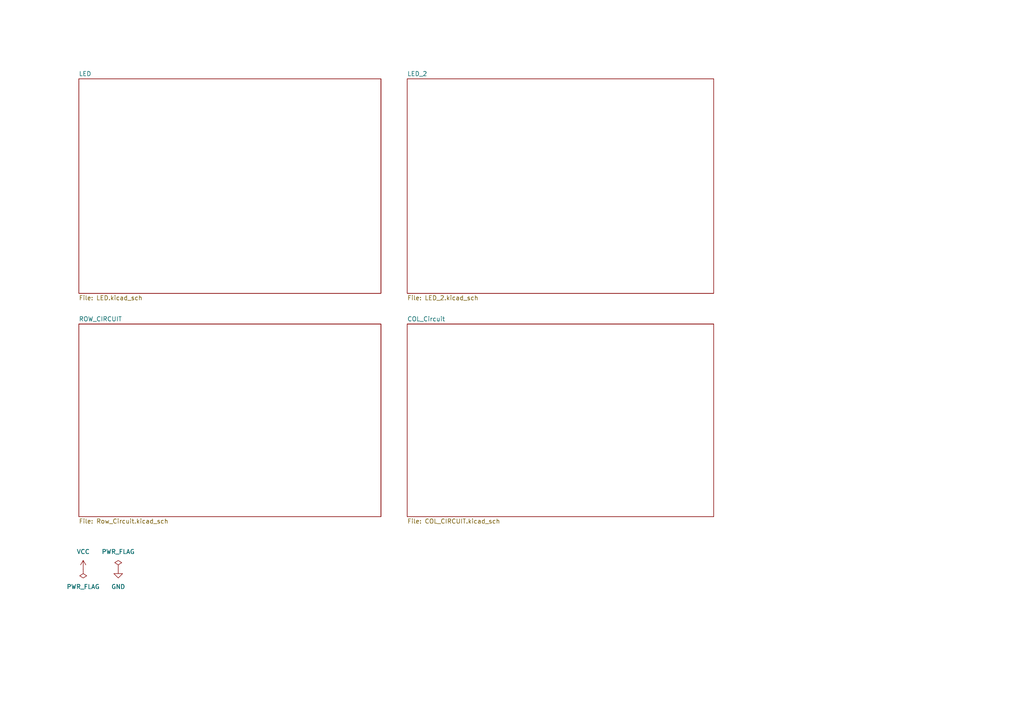
<source format=kicad_sch>
(kicad_sch (version 20211123) (generator eeschema)

  (uuid 9fab2880-a6f0-434e-b8d5-ea1785ab46a3)

  (paper "A4")

  (lib_symbols
    (symbol "power:GND" (power) (pin_names (offset 0)) (in_bom yes) (on_board yes)
      (property "Reference" "#PWR" (id 0) (at 0 -6.35 0)
        (effects (font (size 1.27 1.27)) hide)
      )
      (property "Value" "GND" (id 1) (at 0 -3.81 0)
        (effects (font (size 1.27 1.27)))
      )
      (property "Footprint" "" (id 2) (at 0 0 0)
        (effects (font (size 1.27 1.27)) hide)
      )
      (property "Datasheet" "" (id 3) (at 0 0 0)
        (effects (font (size 1.27 1.27)) hide)
      )
      (property "ki_keywords" "power-flag" (id 4) (at 0 0 0)
        (effects (font (size 1.27 1.27)) hide)
      )
      (property "ki_description" "Power symbol creates a global label with name \"GND\" , ground" (id 5) (at 0 0 0)
        (effects (font (size 1.27 1.27)) hide)
      )
      (symbol "GND_0_1"
        (polyline
          (pts
            (xy 0 0)
            (xy 0 -1.27)
            (xy 1.27 -1.27)
            (xy 0 -2.54)
            (xy -1.27 -1.27)
            (xy 0 -1.27)
          )
          (stroke (width 0) (type default) (color 0 0 0 0))
          (fill (type none))
        )
      )
      (symbol "GND_1_1"
        (pin power_in line (at 0 0 270) (length 0) hide
          (name "GND" (effects (font (size 1.27 1.27))))
          (number "1" (effects (font (size 1.27 1.27))))
        )
      )
    )
    (symbol "power:PWR_FLAG" (power) (pin_numbers hide) (pin_names (offset 0) hide) (in_bom yes) (on_board yes)
      (property "Reference" "#FLG" (id 0) (at 0 1.905 0)
        (effects (font (size 1.27 1.27)) hide)
      )
      (property "Value" "PWR_FLAG" (id 1) (at 0 3.81 0)
        (effects (font (size 1.27 1.27)))
      )
      (property "Footprint" "" (id 2) (at 0 0 0)
        (effects (font (size 1.27 1.27)) hide)
      )
      (property "Datasheet" "~" (id 3) (at 0 0 0)
        (effects (font (size 1.27 1.27)) hide)
      )
      (property "ki_keywords" "power-flag" (id 4) (at 0 0 0)
        (effects (font (size 1.27 1.27)) hide)
      )
      (property "ki_description" "Special symbol for telling ERC where power comes from" (id 5) (at 0 0 0)
        (effects (font (size 1.27 1.27)) hide)
      )
      (symbol "PWR_FLAG_0_0"
        (pin power_out line (at 0 0 90) (length 0)
          (name "pwr" (effects (font (size 1.27 1.27))))
          (number "1" (effects (font (size 1.27 1.27))))
        )
      )
      (symbol "PWR_FLAG_0_1"
        (polyline
          (pts
            (xy 0 0)
            (xy 0 1.27)
            (xy -1.016 1.905)
            (xy 0 2.54)
            (xy 1.016 1.905)
            (xy 0 1.27)
          )
          (stroke (width 0) (type default) (color 0 0 0 0))
          (fill (type none))
        )
      )
    )
    (symbol "power:VCC" (power) (pin_names (offset 0)) (in_bom yes) (on_board yes)
      (property "Reference" "#PWR" (id 0) (at 0 -3.81 0)
        (effects (font (size 1.27 1.27)) hide)
      )
      (property "Value" "VCC" (id 1) (at 0 3.81 0)
        (effects (font (size 1.27 1.27)))
      )
      (property "Footprint" "" (id 2) (at 0 0 0)
        (effects (font (size 1.27 1.27)) hide)
      )
      (property "Datasheet" "" (id 3) (at 0 0 0)
        (effects (font (size 1.27 1.27)) hide)
      )
      (property "ki_keywords" "power-flag" (id 4) (at 0 0 0)
        (effects (font (size 1.27 1.27)) hide)
      )
      (property "ki_description" "Power symbol creates a global label with name \"VCC\"" (id 5) (at 0 0 0)
        (effects (font (size 1.27 1.27)) hide)
      )
      (symbol "VCC_0_1"
        (polyline
          (pts
            (xy -0.762 1.27)
            (xy 0 2.54)
          )
          (stroke (width 0) (type default) (color 0 0 0 0))
          (fill (type none))
        )
        (polyline
          (pts
            (xy 0 0)
            (xy 0 2.54)
          )
          (stroke (width 0) (type default) (color 0 0 0 0))
          (fill (type none))
        )
        (polyline
          (pts
            (xy 0 2.54)
            (xy 0.762 1.27)
          )
          (stroke (width 0) (type default) (color 0 0 0 0))
          (fill (type none))
        )
      )
      (symbol "VCC_1_1"
        (pin power_in line (at 0 0 90) (length 0) hide
          (name "VCC" (effects (font (size 1.27 1.27))))
          (number "1" (effects (font (size 1.27 1.27))))
        )
      )
    )
  )



  (symbol (lib_id "power:GND") (at 34.29 165.1 0) (unit 1)
    (in_bom yes) (on_board yes) (fields_autoplaced)
    (uuid 428a1c41-7031-4904-92f9-6fad48e13398)
    (property "Reference" "#PWR0101" (id 0) (at 34.29 171.45 0)
      (effects (font (size 1.27 1.27)) hide)
    )
    (property "Value" "GND" (id 1) (at 34.29 170.18 0))
    (property "Footprint" "" (id 2) (at 34.29 165.1 0)
      (effects (font (size 1.27 1.27)) hide)
    )
    (property "Datasheet" "" (id 3) (at 34.29 165.1 0)
      (effects (font (size 1.27 1.27)) hide)
    )
    (pin "1" (uuid da89923f-f2d2-40da-bbe8-91cfb240e660))
  )

  (symbol (lib_id "power:PWR_FLAG") (at 24.13 165.1 180) (unit 1)
    (in_bom yes) (on_board yes) (fields_autoplaced)
    (uuid 5abe8fbd-a3a9-4ed3-b0df-72633f8ea4b6)
    (property "Reference" "#FLG0102" (id 0) (at 24.13 167.005 0)
      (effects (font (size 1.27 1.27)) hide)
    )
    (property "Value" "PWR_FLAG" (id 1) (at 24.13 170.18 0))
    (property "Footprint" "" (id 2) (at 24.13 165.1 0)
      (effects (font (size 1.27 1.27)) hide)
    )
    (property "Datasheet" "~" (id 3) (at 24.13 165.1 0)
      (effects (font (size 1.27 1.27)) hide)
    )
    (pin "1" (uuid 00994339-7982-45d7-bdf6-cb3e5fff8a6d))
  )

  (symbol (lib_id "power:PWR_FLAG") (at 34.29 165.1 0) (unit 1)
    (in_bom yes) (on_board yes) (fields_autoplaced)
    (uuid c9a59fdc-4f04-40d5-9627-a500f39afdf8)
    (property "Reference" "#FLG0101" (id 0) (at 34.29 163.195 0)
      (effects (font (size 1.27 1.27)) hide)
    )
    (property "Value" "PWR_FLAG" (id 1) (at 34.29 160.02 0))
    (property "Footprint" "" (id 2) (at 34.29 165.1 0)
      (effects (font (size 1.27 1.27)) hide)
    )
    (property "Datasheet" "~" (id 3) (at 34.29 165.1 0)
      (effects (font (size 1.27 1.27)) hide)
    )
    (pin "1" (uuid 782c1258-1187-4c0c-96bb-e900c8d58042))
  )

  (symbol (lib_id "power:VCC") (at 24.13 165.1 0) (unit 1)
    (in_bom yes) (on_board yes) (fields_autoplaced)
    (uuid d5064c5f-4eb6-42d1-987f-45685e341a32)
    (property "Reference" "#PWR0102" (id 0) (at 24.13 168.91 0)
      (effects (font (size 1.27 1.27)) hide)
    )
    (property "Value" "VCC" (id 1) (at 24.13 160.02 0))
    (property "Footprint" "" (id 2) (at 24.13 165.1 0)
      (effects (font (size 1.27 1.27)) hide)
    )
    (property "Datasheet" "" (id 3) (at 24.13 165.1 0)
      (effects (font (size 1.27 1.27)) hide)
    )
    (pin "1" (uuid 28b12027-8138-4814-9f07-179032900de4))
  )

  (sheet (at 118.11 22.86) (size 88.9 62.23) (fields_autoplaced)
    (stroke (width 0.1524) (type solid) (color 0 0 0 0))
    (fill (color 0 0 0 0.0000))
    (uuid 5e95a395-f1cc-49d0-8458-cced20d1b12c)
    (property "Sheet name" "LED_2" (id 0) (at 118.11 22.1484 0)
      (effects (font (size 1.27 1.27)) (justify left bottom))
    )
    (property "Sheet file" "LED_2.kicad_sch" (id 1) (at 118.11 85.6746 0)
      (effects (font (size 1.27 1.27)) (justify left top))
    )
  )

  (sheet (at 22.86 22.86) (size 87.63 62.23) (fields_autoplaced)
    (stroke (width 0.1524) (type solid) (color 0 0 0 0))
    (fill (color 0 0 0 0.0000))
    (uuid 8e1fc38e-ccae-479f-9427-751407508fee)
    (property "Sheet name" "LED" (id 0) (at 22.86 22.1484 0)
      (effects (font (size 1.27 1.27)) (justify left bottom))
    )
    (property "Sheet file" "LED.kicad_sch" (id 1) (at 22.86 85.6746 0)
      (effects (font (size 1.27 1.27)) (justify left top))
    )
  )

  (sheet (at 118.11 93.98) (size 88.9 55.88) (fields_autoplaced)
    (stroke (width 0.1524) (type solid) (color 0 0 0 0))
    (fill (color 0 0 0 0.0000))
    (uuid da0af6f2-36ce-4fed-87fc-07415f6e2e6e)
    (property "Sheet name" "COL_Circuit" (id 0) (at 118.11 93.2684 0)
      (effects (font (size 1.27 1.27)) (justify left bottom))
    )
    (property "Sheet file" "COL_CIRCUIT.kicad_sch" (id 1) (at 118.11 150.4446 0)
      (effects (font (size 1.27 1.27)) (justify left top))
    )
  )

  (sheet (at 22.86 93.98) (size 87.63 55.88) (fields_autoplaced)
    (stroke (width 0.1524) (type solid) (color 0 0 0 0))
    (fill (color 0 0 0 0.0000))
    (uuid f84931cc-ad93-4dba-b195-ebcac9dbbf94)
    (property "Sheet name" "ROW_CIRCUIT" (id 0) (at 22.86 93.2684 0)
      (effects (font (size 1.27 1.27)) (justify left bottom))
    )
    (property "Sheet file" "Row_Circuit.kicad_sch" (id 1) (at 22.86 150.4446 0)
      (effects (font (size 1.27 1.27)) (justify left top))
    )
  )

  (sheet_instances
    (path "/" (page "1"))
    (path "/8e1fc38e-ccae-479f-9427-751407508fee" (page "2"))
    (path "/5e95a395-f1cc-49d0-8458-cced20d1b12c" (page "3"))
    (path "/f84931cc-ad93-4dba-b195-ebcac9dbbf94" (page "4"))
    (path "/da0af6f2-36ce-4fed-87fc-07415f6e2e6e" (page "5"))
  )

  (symbol_instances
    (path "/c9a59fdc-4f04-40d5-9627-a500f39afdf8"
      (reference "#FLG0101") (unit 1) (value "PWR_FLAG") (footprint "")
    )
    (path "/5abe8fbd-a3a9-4ed3-b0df-72633f8ea4b6"
      (reference "#FLG0102") (unit 1) (value "PWR_FLAG") (footprint "")
    )
    (path "/428a1c41-7031-4904-92f9-6fad48e13398"
      (reference "#PWR0101") (unit 1) (value "GND") (footprint "")
    )
    (path "/d5064c5f-4eb6-42d1-987f-45685e341a32"
      (reference "#PWR0102") (unit 1) (value "VCC") (footprint "")
    )
    (path "/f84931cc-ad93-4dba-b195-ebcac9dbbf94/7a5d0177-e1e4-4944-b4e8-5b2a230976a9"
      (reference "#PWR0103") (unit 1) (value "GND") (footprint "")
    )
    (path "/f84931cc-ad93-4dba-b195-ebcac9dbbf94/bacdfd84-ad50-42d5-a874-cbc062c81319"
      (reference "#PWR0104") (unit 1) (value "VCC") (footprint "")
    )
    (path "/f84931cc-ad93-4dba-b195-ebcac9dbbf94/d8241db1-9b43-4de9-8597-e819fcf2b3c4"
      (reference "#PWR0105") (unit 1) (value "VCC") (footprint "")
    )
    (path "/da0af6f2-36ce-4fed-87fc-07415f6e2e6e/9215a04d-6207-4a14-956a-cbd5e34def54"
      (reference "#PWR0106") (unit 1) (value "VCC") (footprint "")
    )
    (path "/da0af6f2-36ce-4fed-87fc-07415f6e2e6e/01a735d7-b709-482e-8f09-1f650cf9f96b"
      (reference "#PWR0107") (unit 1) (value "GND") (footprint "")
    )
    (path "/da0af6f2-36ce-4fed-87fc-07415f6e2e6e/52c68579-3f5b-4b9d-8dc8-d2ebf639b91b"
      (reference "#PWR0108") (unit 1) (value "VCC") (footprint "")
    )
    (path "/da0af6f2-36ce-4fed-87fc-07415f6e2e6e/14db195c-7342-4574-ba43-06ad98334389"
      (reference "#PWR0109") (unit 1) (value "GND") (footprint "")
    )
    (path "/da0af6f2-36ce-4fed-87fc-07415f6e2e6e/858757da-5d64-4077-99cb-352eb5f15ee7"
      (reference "#PWR0110") (unit 1) (value "GND") (footprint "")
    )
    (path "/da0af6f2-36ce-4fed-87fc-07415f6e2e6e/d1c872b4-bef5-4d1d-9537-add62b1ba744"
      (reference "#PWR0111") (unit 1) (value "VCC") (footprint "")
    )
    (path "/da0af6f2-36ce-4fed-87fc-07415f6e2e6e/be67e9ca-d0ca-45f7-8e4d-2b208e781237"
      (reference "#PWR0112") (unit 1) (value "VCC") (footprint "")
    )
    (path "/da0af6f2-36ce-4fed-87fc-07415f6e2e6e/e8cb40e7-fc46-4a59-b622-6c83e64b7313"
      (reference "#PWR0113") (unit 1) (value "VCC") (footprint "")
    )
    (path "/da0af6f2-36ce-4fed-87fc-07415f6e2e6e/ba6ce84f-a79a-4fe2-b7b5-5897cd2e2a19"
      (reference "#PWR0114") (unit 1) (value "VCC") (footprint "")
    )
    (path "/da0af6f2-36ce-4fed-87fc-07415f6e2e6e/5f4d3fe3-e869-432d-bfb4-d381f5f19ba1"
      (reference "#PWR0115") (unit 1) (value "GND") (footprint "")
    )
    (path "/da0af6f2-36ce-4fed-87fc-07415f6e2e6e/54c5cd98-e678-43ef-9d43-941e3065a723"
      (reference "#PWR0116") (unit 1) (value "GND") (footprint "")
    )
    (path "/da0af6f2-36ce-4fed-87fc-07415f6e2e6e/7afee738-1e0b-4bb1-9999-f76b23abfff3"
      (reference "#PWR0117") (unit 1) (value "GND") (footprint "")
    )
    (path "/8e1fc38e-ccae-479f-9427-751407508fee/f5f8bf3d-c60b-468f-b341-3fc0732ff0ac"
      (reference "D1") (unit 1) (value "LED") (footprint "LED_SMD:LED_0805_2012Metric")
    )
    (path "/8e1fc38e-ccae-479f-9427-751407508fee/d6ee9245-10fa-4ef3-874b-3a9c44d744e2"
      (reference "D2") (unit 1) (value "LED") (footprint "LED_SMD:LED_0805_2012Metric")
    )
    (path "/8e1fc38e-ccae-479f-9427-751407508fee/8c46f2d1-e01b-4253-9b8f-df92b09cc9a4"
      (reference "D3") (unit 1) (value "LED") (footprint "LED_SMD:LED_0805_2012Metric")
    )
    (path "/8e1fc38e-ccae-479f-9427-751407508fee/41ce19e9-5565-48b2-8786-424535d15304"
      (reference "D4") (unit 1) (value "LED") (footprint "LED_SMD:LED_0805_2012Metric")
    )
    (path "/8e1fc38e-ccae-479f-9427-751407508fee/eb8480b2-c2e2-4c76-9e97-f6f53a8b77f5"
      (reference "D5") (unit 1) (value "LED") (footprint "LED_SMD:LED_0805_2012Metric")
    )
    (path "/8e1fc38e-ccae-479f-9427-751407508fee/02ac025e-16fd-4875-90d8-82eca65bfa79"
      (reference "D6") (unit 1) (value "LED") (footprint "LED_SMD:LED_0805_2012Metric")
    )
    (path "/8e1fc38e-ccae-479f-9427-751407508fee/6b3a6dd7-659a-4dec-9590-b7af844839c9"
      (reference "D7") (unit 1) (value "LED") (footprint "LED_SMD:LED_0805_2012Metric")
    )
    (path "/8e1fc38e-ccae-479f-9427-751407508fee/c57f84b6-4d6c-4087-9685-482b303a174a"
      (reference "D8") (unit 1) (value "LED") (footprint "LED_SMD:LED_0805_2012Metric")
    )
    (path "/8e1fc38e-ccae-479f-9427-751407508fee/82ebd0fc-e2a2-4196-b75c-41e4b250d710"
      (reference "D9") (unit 1) (value "LED") (footprint "LED_SMD:LED_0805_2012Metric")
    )
    (path "/8e1fc38e-ccae-479f-9427-751407508fee/eb45de9a-7b98-43b7-acbe-c4a884367715"
      (reference "D10") (unit 1) (value "LED") (footprint "LED_SMD:LED_0805_2012Metric")
    )
    (path "/8e1fc38e-ccae-479f-9427-751407508fee/420eb297-235e-4c3c-8f0d-607e8118d766"
      (reference "D11") (unit 1) (value "LED") (footprint "LED_SMD:LED_0805_2012Metric")
    )
    (path "/8e1fc38e-ccae-479f-9427-751407508fee/31d59873-f41a-43d2-b72e-ede53bdbca9a"
      (reference "D12") (unit 1) (value "LED") (footprint "LED_SMD:LED_0805_2012Metric")
    )
    (path "/8e1fc38e-ccae-479f-9427-751407508fee/deb98dfd-6d7f-4093-8425-1314f142d848"
      (reference "D13") (unit 1) (value "LED") (footprint "LED_SMD:LED_0805_2012Metric")
    )
    (path "/8e1fc38e-ccae-479f-9427-751407508fee/122a4923-1094-4ea8-b84a-59ed1a9d516c"
      (reference "D14") (unit 1) (value "LED") (footprint "LED_SMD:LED_0805_2012Metric")
    )
    (path "/8e1fc38e-ccae-479f-9427-751407508fee/2273e2f5-28de-41b4-900f-7f14c417fef2"
      (reference "D15") (unit 1) (value "LED") (footprint "LED_SMD:LED_0805_2012Metric")
    )
    (path "/8e1fc38e-ccae-479f-9427-751407508fee/59cba8ce-9616-407c-9e36-430bd465384f"
      (reference "D16") (unit 1) (value "LED") (footprint "LED_SMD:LED_0805_2012Metric")
    )
    (path "/8e1fc38e-ccae-479f-9427-751407508fee/121283bb-306d-45b0-a3a4-bd6f6c1baea9"
      (reference "D17") (unit 1) (value "LED") (footprint "LED_SMD:LED_0805_2012Metric")
    )
    (path "/8e1fc38e-ccae-479f-9427-751407508fee/fea40489-ff4f-4e01-a179-5fd9a75d81ac"
      (reference "D18") (unit 1) (value "LED") (footprint "LED_SMD:LED_0805_2012Metric")
    )
    (path "/8e1fc38e-ccae-479f-9427-751407508fee/c264d1ea-5d60-4408-81de-e5692ba47244"
      (reference "D19") (unit 1) (value "LED") (footprint "LED_SMD:LED_0805_2012Metric")
    )
    (path "/8e1fc38e-ccae-479f-9427-751407508fee/bc3f0ddd-ed85-4f65-90b9-cf25242b6e1e"
      (reference "D20") (unit 1) (value "LED") (footprint "LED_SMD:LED_0805_2012Metric")
    )
    (path "/8e1fc38e-ccae-479f-9427-751407508fee/d16cb557-175f-432c-966f-8331e2810d56"
      (reference "D21") (unit 1) (value "LED") (footprint "LED_SMD:LED_0805_2012Metric")
    )
    (path "/8e1fc38e-ccae-479f-9427-751407508fee/af655b7e-d1ba-45bc-8ed7-8ad861a67229"
      (reference "D22") (unit 1) (value "LED") (footprint "LED_SMD:LED_0805_2012Metric")
    )
    (path "/8e1fc38e-ccae-479f-9427-751407508fee/c98c635c-29af-4dcc-95fe-f304a3a304f1"
      (reference "D23") (unit 1) (value "LED") (footprint "LED_SMD:LED_0805_2012Metric")
    )
    (path "/8e1fc38e-ccae-479f-9427-751407508fee/4d1752c0-974d-43fc-a6bc-dcec2d57fbbc"
      (reference "D24") (unit 1) (value "LED") (footprint "LED_SMD:LED_0805_2012Metric")
    )
    (path "/8e1fc38e-ccae-479f-9427-751407508fee/50741b54-54bd-421e-9498-022fef1d002c"
      (reference "D25") (unit 1) (value "LED") (footprint "LED_SMD:LED_0805_2012Metric")
    )
    (path "/8e1fc38e-ccae-479f-9427-751407508fee/99db016a-e449-43d5-98c2-f7b6a6027317"
      (reference "D26") (unit 1) (value "LED") (footprint "LED_SMD:LED_0805_2012Metric")
    )
    (path "/8e1fc38e-ccae-479f-9427-751407508fee/e789b3ed-e82b-452e-abda-034e6b11008d"
      (reference "D27") (unit 1) (value "LED") (footprint "LED_SMD:LED_0805_2012Metric")
    )
    (path "/8e1fc38e-ccae-479f-9427-751407508fee/3b54b0e3-aac3-411b-ae9a-97d01fd77001"
      (reference "D28") (unit 1) (value "LED") (footprint "LED_SMD:LED_0805_2012Metric")
    )
    (path "/8e1fc38e-ccae-479f-9427-751407508fee/0b217937-5f73-48ba-b16e-502676be6837"
      (reference "D29") (unit 1) (value "LED") (footprint "LED_SMD:LED_0805_2012Metric")
    )
    (path "/8e1fc38e-ccae-479f-9427-751407508fee/46b41600-fece-412a-8a91-8b8dd8adc50f"
      (reference "D30") (unit 1) (value "LED") (footprint "LED_SMD:LED_0805_2012Metric")
    )
    (path "/8e1fc38e-ccae-479f-9427-751407508fee/18d367b3-eabc-4b11-bb83-09ffaafab1bf"
      (reference "D31") (unit 1) (value "LED") (footprint "LED_SMD:LED_0805_2012Metric")
    )
    (path "/8e1fc38e-ccae-479f-9427-751407508fee/446c1547-e575-4629-ad24-e44c0d8c23e5"
      (reference "D32") (unit 1) (value "LED") (footprint "LED_SMD:LED_0805_2012Metric")
    )
    (path "/8e1fc38e-ccae-479f-9427-751407508fee/b91003cd-9a03-449e-a46e-3004d9a6897e"
      (reference "D33") (unit 1) (value "LED") (footprint "LED_SMD:LED_0805_2012Metric")
    )
    (path "/8e1fc38e-ccae-479f-9427-751407508fee/eda74a92-39c3-4c92-8254-31e38d09198a"
      (reference "D34") (unit 1) (value "LED") (footprint "LED_SMD:LED_0805_2012Metric")
    )
    (path "/8e1fc38e-ccae-479f-9427-751407508fee/55cc14ba-9445-4094-b71a-f49e08a4545f"
      (reference "D35") (unit 1) (value "LED") (footprint "LED_SMD:LED_0805_2012Metric")
    )
    (path "/8e1fc38e-ccae-479f-9427-751407508fee/4f54a164-64ae-4f41-a266-023a414f2602"
      (reference "D36") (unit 1) (value "LED") (footprint "LED_SMD:LED_0805_2012Metric")
    )
    (path "/8e1fc38e-ccae-479f-9427-751407508fee/118a3080-2e79-4beb-886c-5a5981fc8af7"
      (reference "D37") (unit 1) (value "LED") (footprint "LED_SMD:LED_0805_2012Metric")
    )
    (path "/8e1fc38e-ccae-479f-9427-751407508fee/fb25d27a-5078-4685-80d0-7b56217a2a60"
      (reference "D38") (unit 1) (value "LED") (footprint "LED_SMD:LED_0805_2012Metric")
    )
    (path "/8e1fc38e-ccae-479f-9427-751407508fee/3d2e16e3-501f-4086-8872-e73c0c9ed0fc"
      (reference "D39") (unit 1) (value "LED") (footprint "LED_SMD:LED_0805_2012Metric")
    )
    (path "/8e1fc38e-ccae-479f-9427-751407508fee/72718628-641b-46ab-8e56-9a6843a3b957"
      (reference "D40") (unit 1) (value "LED") (footprint "LED_SMD:LED_0805_2012Metric")
    )
    (path "/8e1fc38e-ccae-479f-9427-751407508fee/5676c41c-b6a8-43d6-89b7-fe8adc1376ff"
      (reference "D41") (unit 1) (value "LED") (footprint "LED_SMD:LED_0805_2012Metric")
    )
    (path "/8e1fc38e-ccae-479f-9427-751407508fee/96e69709-d58f-4828-9d61-1e9f9b50a185"
      (reference "D42") (unit 1) (value "LED") (footprint "LED_SMD:LED_0805_2012Metric")
    )
    (path "/8e1fc38e-ccae-479f-9427-751407508fee/446054f8-ecf7-4739-ac4b-fa6e689e9b1c"
      (reference "D43") (unit 1) (value "LED") (footprint "LED_SMD:LED_0805_2012Metric")
    )
    (path "/8e1fc38e-ccae-479f-9427-751407508fee/341457ff-0911-42b3-92d5-ad65d2daaa8a"
      (reference "D44") (unit 1) (value "LED") (footprint "LED_SMD:LED_0805_2012Metric")
    )
    (path "/8e1fc38e-ccae-479f-9427-751407508fee/616f0f2b-f73a-4235-928f-c6eaca9b17a2"
      (reference "D45") (unit 1) (value "LED") (footprint "LED_SMD:LED_0805_2012Metric")
    )
    (path "/8e1fc38e-ccae-479f-9427-751407508fee/8cfc8c94-f198-48b2-b2d9-4d434c81c5fe"
      (reference "D46") (unit 1) (value "LED") (footprint "LED_SMD:LED_0805_2012Metric")
    )
    (path "/8e1fc38e-ccae-479f-9427-751407508fee/a463b3c9-5a63-4ed6-ba35-c2e283333521"
      (reference "D47") (unit 1) (value "LED") (footprint "LED_SMD:LED_0805_2012Metric")
    )
    (path "/8e1fc38e-ccae-479f-9427-751407508fee/1085f86a-c258-4426-96f0-682e5ab70b05"
      (reference "D48") (unit 1) (value "LED") (footprint "LED_SMD:LED_0805_2012Metric")
    )
    (path "/8e1fc38e-ccae-479f-9427-751407508fee/a7c2d694-8806-4efa-88f5-9239cb398254"
      (reference "D49") (unit 1) (value "LED") (footprint "LED_SMD:LED_0805_2012Metric")
    )
    (path "/8e1fc38e-ccae-479f-9427-751407508fee/b16665c7-e4db-40b0-a52e-30c78f271a77"
      (reference "D50") (unit 1) (value "LED") (footprint "LED_SMD:LED_0805_2012Metric")
    )
    (path "/8e1fc38e-ccae-479f-9427-751407508fee/67430aeb-e299-4625-a034-dbd319033b74"
      (reference "D51") (unit 1) (value "LED") (footprint "LED_SMD:LED_0805_2012Metric")
    )
    (path "/8e1fc38e-ccae-479f-9427-751407508fee/14e5cf6b-9b79-44e8-bbce-e95230e7d3ba"
      (reference "D52") (unit 1) (value "LED") (footprint "LED_SMD:LED_0805_2012Metric")
    )
    (path "/8e1fc38e-ccae-479f-9427-751407508fee/2b7a474e-e061-48f9-98fb-9620d558331f"
      (reference "D53") (unit 1) (value "LED") (footprint "LED_SMD:LED_0805_2012Metric")
    )
    (path "/8e1fc38e-ccae-479f-9427-751407508fee/00f40a03-0146-4818-bd18-9f9d665ce4fa"
      (reference "D54") (unit 1) (value "LED") (footprint "LED_SMD:LED_0805_2012Metric")
    )
    (path "/8e1fc38e-ccae-479f-9427-751407508fee/8b36e28a-c231-4940-b882-a537648b650c"
      (reference "D55") (unit 1) (value "LED") (footprint "LED_SMD:LED_0805_2012Metric")
    )
    (path "/8e1fc38e-ccae-479f-9427-751407508fee/eaf43ac4-109f-49f7-9a6b-eae64f412fcc"
      (reference "D56") (unit 1) (value "LED") (footprint "LED_SMD:LED_0805_2012Metric")
    )
    (path "/8e1fc38e-ccae-479f-9427-751407508fee/7e43a047-5ea7-4540-a7fe-04782d561456"
      (reference "D57") (unit 1) (value "LED") (footprint "LED_SMD:LED_0805_2012Metric")
    )
    (path "/8e1fc38e-ccae-479f-9427-751407508fee/e3cbe857-d89c-49bf-8b7b-c65fa937dcbd"
      (reference "D58") (unit 1) (value "LED") (footprint "LED_SMD:LED_0805_2012Metric")
    )
    (path "/8e1fc38e-ccae-479f-9427-751407508fee/7d70e00d-dcf1-43c3-9649-574a37e4ba15"
      (reference "D59") (unit 1) (value "LED") (footprint "LED_SMD:LED_0805_2012Metric")
    )
    (path "/8e1fc38e-ccae-479f-9427-751407508fee/a5f4edf8-8871-42e1-a9c0-6ed1c1427e04"
      (reference "D60") (unit 1) (value "LED") (footprint "LED_SMD:LED_0805_2012Metric")
    )
    (path "/8e1fc38e-ccae-479f-9427-751407508fee/62be932f-5f45-4275-813a-77c7d73fe44d"
      (reference "D61") (unit 1) (value "LED") (footprint "LED_SMD:LED_0805_2012Metric")
    )
    (path "/8e1fc38e-ccae-479f-9427-751407508fee/c04f62c9-be65-4173-b197-eda40ae0823f"
      (reference "D62") (unit 1) (value "LED") (footprint "LED_SMD:LED_0805_2012Metric")
    )
    (path "/8e1fc38e-ccae-479f-9427-751407508fee/81ee82e5-b72a-48fd-84e9-7a5edbf199e8"
      (reference "D63") (unit 1) (value "LED") (footprint "LED_SMD:LED_0805_2012Metric")
    )
    (path "/8e1fc38e-ccae-479f-9427-751407508fee/9f8d5587-630a-43c2-b080-97274a0e64dd"
      (reference "D64") (unit 1) (value "LED") (footprint "LED_SMD:LED_0805_2012Metric")
    )
    (path "/8e1fc38e-ccae-479f-9427-751407508fee/43f9b752-6f2f-46ad-ae7d-cd591304b8d9"
      (reference "D65") (unit 1) (value "LED") (footprint "LED_SMD:LED_0805_2012Metric")
    )
    (path "/8e1fc38e-ccae-479f-9427-751407508fee/6185fc8d-0225-4fff-b6e3-e4c64af53097"
      (reference "D66") (unit 1) (value "LED") (footprint "LED_SMD:LED_0805_2012Metric")
    )
    (path "/8e1fc38e-ccae-479f-9427-751407508fee/fd41c29f-a178-4b38-8c62-08d0debd3253"
      (reference "D67") (unit 1) (value "LED") (footprint "LED_SMD:LED_0805_2012Metric")
    )
    (path "/8e1fc38e-ccae-479f-9427-751407508fee/d000f3c8-a110-490e-b99a-e7f510acc5df"
      (reference "D68") (unit 1) (value "LED") (footprint "LED_SMD:LED_0805_2012Metric")
    )
    (path "/8e1fc38e-ccae-479f-9427-751407508fee/f68c65b7-5a78-4ec7-b206-79eea4b592ff"
      (reference "D69") (unit 1) (value "LED") (footprint "LED_SMD:LED_0805_2012Metric")
    )
    (path "/8e1fc38e-ccae-479f-9427-751407508fee/7de0e131-a0df-4cf9-a836-198798f45743"
      (reference "D70") (unit 1) (value "LED") (footprint "LED_SMD:LED_0805_2012Metric")
    )
    (path "/8e1fc38e-ccae-479f-9427-751407508fee/c4c64d14-7720-4b7d-a88f-16ef38c5bcc3"
      (reference "D71") (unit 1) (value "LED") (footprint "LED_SMD:LED_0805_2012Metric")
    )
    (path "/8e1fc38e-ccae-479f-9427-751407508fee/2125435f-53c3-4729-9552-e3dbc227d0c1"
      (reference "D72") (unit 1) (value "LED") (footprint "LED_SMD:LED_0805_2012Metric")
    )
    (path "/8e1fc38e-ccae-479f-9427-751407508fee/7e899168-75f6-4491-a137-f35b07c5b9ca"
      (reference "D73") (unit 1) (value "LED") (footprint "LED_SMD:LED_0805_2012Metric")
    )
    (path "/8e1fc38e-ccae-479f-9427-751407508fee/24a91125-46b7-467a-873b-07cf4317e5d9"
      (reference "D74") (unit 1) (value "LED") (footprint "LED_SMD:LED_0805_2012Metric")
    )
    (path "/8e1fc38e-ccae-479f-9427-751407508fee/c4a41136-bc07-440c-b301-4beda5bdce94"
      (reference "D75") (unit 1) (value "LED") (footprint "LED_SMD:LED_0805_2012Metric")
    )
    (path "/8e1fc38e-ccae-479f-9427-751407508fee/640fd499-b4b4-460e-97e8-52f0542941cf"
      (reference "D76") (unit 1) (value "LED") (footprint "LED_SMD:LED_0805_2012Metric")
    )
    (path "/8e1fc38e-ccae-479f-9427-751407508fee/9c863e78-e6ca-4fe7-96c7-cfacf9a75e2b"
      (reference "D77") (unit 1) (value "LED") (footprint "LED_SMD:LED_0805_2012Metric")
    )
    (path "/8e1fc38e-ccae-479f-9427-751407508fee/e57f7bcd-ee6b-4b73-b2ca-3b4460329edd"
      (reference "D78") (unit 1) (value "LED") (footprint "LED_SMD:LED_0805_2012Metric")
    )
    (path "/8e1fc38e-ccae-479f-9427-751407508fee/7d767c0d-972f-42bc-b0b6-6925e518146c"
      (reference "D79") (unit 1) (value "LED") (footprint "LED_SMD:LED_0805_2012Metric")
    )
    (path "/8e1fc38e-ccae-479f-9427-751407508fee/85ce36e7-212d-4903-9468-4b2c398518ef"
      (reference "D80") (unit 1) (value "LED") (footprint "LED_SMD:LED_0805_2012Metric")
    )
    (path "/8e1fc38e-ccae-479f-9427-751407508fee/1b048090-99d8-432a-9bfe-8fe8e5cacc97"
      (reference "D81") (unit 1) (value "LED") (footprint "LED_SMD:LED_0805_2012Metric")
    )
    (path "/8e1fc38e-ccae-479f-9427-751407508fee/a186a021-0900-47d3-b22b-2d623215101f"
      (reference "D82") (unit 1) (value "LED") (footprint "LED_SMD:LED_0805_2012Metric")
    )
    (path "/8e1fc38e-ccae-479f-9427-751407508fee/ebe5858d-4464-462b-a808-d2cc929d8573"
      (reference "D83") (unit 1) (value "LED") (footprint "LED_SMD:LED_0805_2012Metric")
    )
    (path "/8e1fc38e-ccae-479f-9427-751407508fee/d8a54cec-1cd7-4865-8110-1aaee293ff31"
      (reference "D84") (unit 1) (value "LED") (footprint "LED_SMD:LED_0805_2012Metric")
    )
    (path "/8e1fc38e-ccae-479f-9427-751407508fee/67e5ab48-2844-428d-bf41-fcb808cc1eb7"
      (reference "D85") (unit 1) (value "LED") (footprint "LED_SMD:LED_0805_2012Metric")
    )
    (path "/8e1fc38e-ccae-479f-9427-751407508fee/ec98c323-3a38-46cc-9d9f-9ef6c9b0b108"
      (reference "D86") (unit 1) (value "LED") (footprint "LED_SMD:LED_0805_2012Metric")
    )
    (path "/8e1fc38e-ccae-479f-9427-751407508fee/ee8b46a3-5f08-46ed-b399-a28aac4d0c91"
      (reference "D87") (unit 1) (value "LED") (footprint "LED_SMD:LED_0805_2012Metric")
    )
    (path "/8e1fc38e-ccae-479f-9427-751407508fee/09fde9d3-b71b-445f-a049-772b1b745766"
      (reference "D88") (unit 1) (value "LED") (footprint "LED_SMD:LED_0805_2012Metric")
    )
    (path "/8e1fc38e-ccae-479f-9427-751407508fee/bf4a6d9f-5165-48f9-8954-2fc7b1421185"
      (reference "D89") (unit 1) (value "LED") (footprint "LED_SMD:LED_0805_2012Metric")
    )
    (path "/8e1fc38e-ccae-479f-9427-751407508fee/cfc0d08f-3b83-4f7a-89df-277b63f8af6e"
      (reference "D90") (unit 1) (value "LED") (footprint "LED_SMD:LED_0805_2012Metric")
    )
    (path "/8e1fc38e-ccae-479f-9427-751407508fee/71c8d92b-38b4-497c-8698-76be0d17cb50"
      (reference "D91") (unit 1) (value "LED") (footprint "LED_SMD:LED_0805_2012Metric")
    )
    (path "/8e1fc38e-ccae-479f-9427-751407508fee/3863dd67-3ff9-4bd8-9a22-69960dd06ef6"
      (reference "D92") (unit 1) (value "LED") (footprint "LED_SMD:LED_0805_2012Metric")
    )
    (path "/8e1fc38e-ccae-479f-9427-751407508fee/f5273c26-db6f-49ee-905d-02b72bdf9ce6"
      (reference "D93") (unit 1) (value "LED") (footprint "LED_SMD:LED_0805_2012Metric")
    )
    (path "/8e1fc38e-ccae-479f-9427-751407508fee/5c8c5e9e-4f6b-4244-a989-2b2a0d03998f"
      (reference "D94") (unit 1) (value "LED") (footprint "LED_SMD:LED_0805_2012Metric")
    )
    (path "/8e1fc38e-ccae-479f-9427-751407508fee/e2f6d683-ae69-446b-a536-a126cc36ca84"
      (reference "D95") (unit 1) (value "LED") (footprint "LED_SMD:LED_0805_2012Metric")
    )
    (path "/8e1fc38e-ccae-479f-9427-751407508fee/8a026c42-d683-4a93-91bf-1bda82df2bde"
      (reference "D96") (unit 1) (value "LED") (footprint "LED_SMD:LED_0805_2012Metric")
    )
    (path "/8e1fc38e-ccae-479f-9427-751407508fee/a4b83666-5e87-49c0-b83e-9141bc88d96a"
      (reference "D97") (unit 1) (value "LED") (footprint "LED_SMD:LED_0805_2012Metric")
    )
    (path "/8e1fc38e-ccae-479f-9427-751407508fee/48bcbb3b-7889-4325-a8ae-12403f7bb97c"
      (reference "D98") (unit 1) (value "LED") (footprint "LED_SMD:LED_0805_2012Metric")
    )
    (path "/8e1fc38e-ccae-479f-9427-751407508fee/891380fd-0c43-4fdb-af93-49fb28388efb"
      (reference "D99") (unit 1) (value "LED") (footprint "LED_SMD:LED_0805_2012Metric")
    )
    (path "/8e1fc38e-ccae-479f-9427-751407508fee/fd413684-59ed-480f-a0d8-86b0178b3a98"
      (reference "D100") (unit 1) (value "LED") (footprint "LED_SMD:LED_0805_2012Metric")
    )
    (path "/8e1fc38e-ccae-479f-9427-751407508fee/d17f4d44-7c11-47af-96a0-aeec16ba378c"
      (reference "D101") (unit 1) (value "LED") (footprint "LED_SMD:LED_0805_2012Metric")
    )
    (path "/8e1fc38e-ccae-479f-9427-751407508fee/948462a8-0ed0-48b8-867a-6a5c5426ed56"
      (reference "D102") (unit 1) (value "LED") (footprint "LED_SMD:LED_0805_2012Metric")
    )
    (path "/8e1fc38e-ccae-479f-9427-751407508fee/54897ca3-ee31-4ad3-8be6-f77ae89794f0"
      (reference "D103") (unit 1) (value "LED") (footprint "LED_SMD:LED_0805_2012Metric")
    )
    (path "/8e1fc38e-ccae-479f-9427-751407508fee/d55ae77c-696b-42c0-b431-10768859b483"
      (reference "D104") (unit 1) (value "LED") (footprint "LED_SMD:LED_0805_2012Metric")
    )
    (path "/8e1fc38e-ccae-479f-9427-751407508fee/b80f5db6-56d7-45fb-9e8d-61cbdd6a0547"
      (reference "D105") (unit 1) (value "LED") (footprint "LED_SMD:LED_0805_2012Metric")
    )
    (path "/8e1fc38e-ccae-479f-9427-751407508fee/82f5be8d-bf52-4d48-8d55-aa10a651466d"
      (reference "D106") (unit 1) (value "LED") (footprint "LED_SMD:LED_0805_2012Metric")
    )
    (path "/8e1fc38e-ccae-479f-9427-751407508fee/b9489c62-89c7-432b-980e-7f05a902fcf0"
      (reference "D107") (unit 1) (value "LED") (footprint "LED_SMD:LED_0805_2012Metric")
    )
    (path "/8e1fc38e-ccae-479f-9427-751407508fee/0107b634-503b-4a0a-bd2a-d7b388727b6c"
      (reference "D108") (unit 1) (value "LED") (footprint "LED_SMD:LED_0805_2012Metric")
    )
    (path "/8e1fc38e-ccae-479f-9427-751407508fee/32beafc7-5e87-49e7-8e7b-f9262145473e"
      (reference "D109") (unit 1) (value "LED") (footprint "LED_SMD:LED_0805_2012Metric")
    )
    (path "/8e1fc38e-ccae-479f-9427-751407508fee/7dcef6f9-f797-431b-b10d-69423f580146"
      (reference "D110") (unit 1) (value "LED") (footprint "LED_SMD:LED_0805_2012Metric")
    )
    (path "/8e1fc38e-ccae-479f-9427-751407508fee/0dcd32ea-d26c-4ccc-b8c4-a1c23bc1f19e"
      (reference "D111") (unit 1) (value "LED") (footprint "LED_SMD:LED_0805_2012Metric")
    )
    (path "/8e1fc38e-ccae-479f-9427-751407508fee/00141359-3134-4b37-b381-19e83d1c2fb1"
      (reference "D112") (unit 1) (value "LED") (footprint "LED_SMD:LED_0805_2012Metric")
    )
    (path "/8e1fc38e-ccae-479f-9427-751407508fee/7cf42f5a-0db0-48d8-a083-efe58d2ec963"
      (reference "D113") (unit 1) (value "LED") (footprint "LED_SMD:LED_0805_2012Metric")
    )
    (path "/8e1fc38e-ccae-479f-9427-751407508fee/7db151dd-19e6-4700-8531-312274173b84"
      (reference "D114") (unit 1) (value "LED") (footprint "LED_SMD:LED_0805_2012Metric")
    )
    (path "/8e1fc38e-ccae-479f-9427-751407508fee/d21d6ba9-a975-4cdf-92ad-0c111870eff5"
      (reference "D115") (unit 1) (value "LED") (footprint "LED_SMD:LED_0805_2012Metric")
    )
    (path "/8e1fc38e-ccae-479f-9427-751407508fee/f53300cc-376b-47aa-a608-51afaeabd3df"
      (reference "D116") (unit 1) (value "LED") (footprint "LED_SMD:LED_0805_2012Metric")
    )
    (path "/8e1fc38e-ccae-479f-9427-751407508fee/dbc679aa-68d5-4188-8c68-f786a8996fff"
      (reference "D117") (unit 1) (value "LED") (footprint "LED_SMD:LED_0805_2012Metric")
    )
    (path "/8e1fc38e-ccae-479f-9427-751407508fee/0d24f1c0-4116-4fd9-8422-3565744b6efd"
      (reference "D118") (unit 1) (value "LED") (footprint "LED_SMD:LED_0805_2012Metric")
    )
    (path "/8e1fc38e-ccae-479f-9427-751407508fee/74d7fdbe-f767-4c67-9b5a-ef0b2e7f6a87"
      (reference "D119") (unit 1) (value "LED") (footprint "LED_SMD:LED_0805_2012Metric")
    )
    (path "/8e1fc38e-ccae-479f-9427-751407508fee/450a4c02-be32-4694-8a21-0c8c48116c7a"
      (reference "D120") (unit 1) (value "LED") (footprint "LED_SMD:LED_0805_2012Metric")
    )
    (path "/8e1fc38e-ccae-479f-9427-751407508fee/8c3e8ad3-4fc0-4888-9c5a-657f46a597f1"
      (reference "D121") (unit 1) (value "LED") (footprint "LED_SMD:LED_0805_2012Metric")
    )
    (path "/8e1fc38e-ccae-479f-9427-751407508fee/8cd0bd0c-4f99-43b8-a2c9-9553155a9314"
      (reference "D122") (unit 1) (value "LED") (footprint "LED_SMD:LED_0805_2012Metric")
    )
    (path "/8e1fc38e-ccae-479f-9427-751407508fee/d6899a82-4b3f-4581-9c78-2b9abb53b9bd"
      (reference "D123") (unit 1) (value "LED") (footprint "LED_SMD:LED_0805_2012Metric")
    )
    (path "/8e1fc38e-ccae-479f-9427-751407508fee/2dc7875f-606b-486c-b9c1-19649d5595ae"
      (reference "D124") (unit 1) (value "LED") (footprint "LED_SMD:LED_0805_2012Metric")
    )
    (path "/8e1fc38e-ccae-479f-9427-751407508fee/edcd3d66-7e80-4787-9a6e-0cfc6401a9d9"
      (reference "D125") (unit 1) (value "LED") (footprint "LED_SMD:LED_0805_2012Metric")
    )
    (path "/8e1fc38e-ccae-479f-9427-751407508fee/22abc8f1-12c3-4027-b788-113eb00fe32c"
      (reference "D126") (unit 1) (value "LED") (footprint "LED_SMD:LED_0805_2012Metric")
    )
    (path "/8e1fc38e-ccae-479f-9427-751407508fee/d67a2e69-ed2f-4cae-976f-e71b83e68a37"
      (reference "D127") (unit 1) (value "LED") (footprint "LED_SMD:LED_0805_2012Metric")
    )
    (path "/8e1fc38e-ccae-479f-9427-751407508fee/af0271c8-fec8-48c8-9474-e7f82dc3412a"
      (reference "D128") (unit 1) (value "LED") (footprint "LED_SMD:LED_0805_2012Metric")
    )
    (path "/8e1fc38e-ccae-479f-9427-751407508fee/75198e7b-827d-49b8-b3e0-d1f10e12f1da"
      (reference "D129") (unit 1) (value "LED") (footprint "LED_SMD:LED_0805_2012Metric")
    )
    (path "/8e1fc38e-ccae-479f-9427-751407508fee/ece66ecb-35a9-4b05-be67-8a5378ae36c4"
      (reference "D130") (unit 1) (value "LED") (footprint "LED_SMD:LED_0805_2012Metric")
    )
    (path "/8e1fc38e-ccae-479f-9427-751407508fee/61698401-2819-4b26-9e1e-7a028ee37fad"
      (reference "D131") (unit 1) (value "LED") (footprint "LED_SMD:LED_0805_2012Metric")
    )
    (path "/8e1fc38e-ccae-479f-9427-751407508fee/e2aab7c0-ceca-4eda-b95d-d0e0f3f24332"
      (reference "D132") (unit 1) (value "LED") (footprint "LED_SMD:LED_0805_2012Metric")
    )
    (path "/8e1fc38e-ccae-479f-9427-751407508fee/7c618f89-5caa-4c71-aa5a-9885763d1cab"
      (reference "D133") (unit 1) (value "LED") (footprint "LED_SMD:LED_0805_2012Metric")
    )
    (path "/8e1fc38e-ccae-479f-9427-751407508fee/eb41b661-7879-4fa3-a60e-79b73efefe25"
      (reference "D134") (unit 1) (value "LED") (footprint "LED_SMD:LED_0805_2012Metric")
    )
    (path "/8e1fc38e-ccae-479f-9427-751407508fee/351fc0c8-6841-4f05-83b1-d725d2cf1a4f"
      (reference "D135") (unit 1) (value "LED") (footprint "LED_SMD:LED_0805_2012Metric")
    )
    (path "/8e1fc38e-ccae-479f-9427-751407508fee/5e47bc80-cd1a-4189-b120-cf39e4a2bbb8"
      (reference "D136") (unit 1) (value "LED") (footprint "LED_SMD:LED_0805_2012Metric")
    )
    (path "/8e1fc38e-ccae-479f-9427-751407508fee/4e4e7a45-1db7-4608-8b36-7a5b16125e94"
      (reference "D137") (unit 1) (value "LED") (footprint "LED_SMD:LED_0805_2012Metric")
    )
    (path "/8e1fc38e-ccae-479f-9427-751407508fee/26dcb317-5d03-4029-aaae-3250759a91c6"
      (reference "D138") (unit 1) (value "LED") (footprint "LED_SMD:LED_0805_2012Metric")
    )
    (path "/8e1fc38e-ccae-479f-9427-751407508fee/942d090f-ef33-499d-b60c-3a46bdf80de3"
      (reference "D139") (unit 1) (value "LED") (footprint "LED_SMD:LED_0805_2012Metric")
    )
    (path "/8e1fc38e-ccae-479f-9427-751407508fee/41f4f963-2044-4ccb-9ad9-ed4c4a7bbd18"
      (reference "D140") (unit 1) (value "LED") (footprint "LED_SMD:LED_0805_2012Metric")
    )
    (path "/8e1fc38e-ccae-479f-9427-751407508fee/1ab5d576-d4e4-46b4-89bf-9bb162c2f5c8"
      (reference "D141") (unit 1) (value "LED") (footprint "LED_SMD:LED_0805_2012Metric")
    )
    (path "/8e1fc38e-ccae-479f-9427-751407508fee/c9e96829-fb0e-4499-9733-fc5074de2216"
      (reference "D142") (unit 1) (value "LED") (footprint "LED_SMD:LED_0805_2012Metric")
    )
    (path "/8e1fc38e-ccae-479f-9427-751407508fee/4c4add84-2e3a-4245-8059-098c92653a2c"
      (reference "D143") (unit 1) (value "LED") (footprint "LED_SMD:LED_0805_2012Metric")
    )
    (path "/8e1fc38e-ccae-479f-9427-751407508fee/164905dc-5bba-4cd3-91fd-3f291fd65b6a"
      (reference "D144") (unit 1) (value "LED") (footprint "LED_SMD:LED_0805_2012Metric")
    )
    (path "/8e1fc38e-ccae-479f-9427-751407508fee/863dc9f9-9ef5-45c7-b3d8-8af310eaf9cf"
      (reference "D145") (unit 1) (value "LED") (footprint "LED_SMD:LED_0805_2012Metric")
    )
    (path "/8e1fc38e-ccae-479f-9427-751407508fee/eaed89ce-c74b-47ef-9138-a65d3d4f77d5"
      (reference "D146") (unit 1) (value "LED") (footprint "LED_SMD:LED_0805_2012Metric")
    )
    (path "/8e1fc38e-ccae-479f-9427-751407508fee/ebee8693-5102-4781-9ce7-939f876b8e9b"
      (reference "D147") (unit 1) (value "LED") (footprint "LED_SMD:LED_0805_2012Metric")
    )
    (path "/8e1fc38e-ccae-479f-9427-751407508fee/5c170abc-0fd1-48e3-ba67-c2906b89f5cd"
      (reference "D148") (unit 1) (value "LED") (footprint "LED_SMD:LED_0805_2012Metric")
    )
    (path "/8e1fc38e-ccae-479f-9427-751407508fee/e21820d7-0e04-4b19-b1c9-fe77cbc17a7d"
      (reference "D149") (unit 1) (value "LED") (footprint "LED_SMD:LED_0805_2012Metric")
    )
    (path "/8e1fc38e-ccae-479f-9427-751407508fee/ac5b7c94-61a5-402b-8317-d523b74429ce"
      (reference "D150") (unit 1) (value "LED") (footprint "LED_SMD:LED_0805_2012Metric")
    )
    (path "/8e1fc38e-ccae-479f-9427-751407508fee/ef4f8f3d-dfa1-4f8c-8299-607e684e24c4"
      (reference "D151") (unit 1) (value "LED") (footprint "LED_SMD:LED_0805_2012Metric")
    )
    (path "/8e1fc38e-ccae-479f-9427-751407508fee/db6d7cb3-2ab1-4ef3-b730-689778b54f5a"
      (reference "D152") (unit 1) (value "LED") (footprint "LED_SMD:LED_0805_2012Metric")
    )
    (path "/8e1fc38e-ccae-479f-9427-751407508fee/3642f001-0327-4a64-a26b-595be2165dd4"
      (reference "D153") (unit 1) (value "LED") (footprint "LED_SMD:LED_0805_2012Metric")
    )
    (path "/8e1fc38e-ccae-479f-9427-751407508fee/8f7ac7c1-e143-4067-b5b6-180b44235516"
      (reference "D154") (unit 1) (value "LED") (footprint "LED_SMD:LED_0805_2012Metric")
    )
    (path "/8e1fc38e-ccae-479f-9427-751407508fee/bdd33b70-5c87-428c-9a60-4ca339104144"
      (reference "D155") (unit 1) (value "LED") (footprint "LED_SMD:LED_0805_2012Metric")
    )
    (path "/8e1fc38e-ccae-479f-9427-751407508fee/ac910ce6-6d23-470e-a76c-127167680bb8"
      (reference "D156") (unit 1) (value "LED") (footprint "LED_SMD:LED_0805_2012Metric")
    )
    (path "/8e1fc38e-ccae-479f-9427-751407508fee/a49f619a-ed1e-4145-889d-c27c464d8985"
      (reference "D157") (unit 1) (value "LED") (footprint "LED_SMD:LED_0805_2012Metric")
    )
    (path "/8e1fc38e-ccae-479f-9427-751407508fee/9866d19e-022c-44a3-bc05-804aa6583b69"
      (reference "D158") (unit 1) (value "LED") (footprint "LED_SMD:LED_0805_2012Metric")
    )
    (path "/8e1fc38e-ccae-479f-9427-751407508fee/604e7365-6b86-4efd-8eed-c2c2e69389ce"
      (reference "D159") (unit 1) (value "LED") (footprint "LED_SMD:LED_0805_2012Metric")
    )
    (path "/8e1fc38e-ccae-479f-9427-751407508fee/f91d150a-7e3d-4a63-9ca8-95025252b0b7"
      (reference "D160") (unit 1) (value "LED") (footprint "LED_SMD:LED_0805_2012Metric")
    )
    (path "/8e1fc38e-ccae-479f-9427-751407508fee/3b6c8fb4-6f12-47e5-9a18-d9bc1090b58c"
      (reference "D161") (unit 1) (value "LED") (footprint "LED_SMD:LED_0805_2012Metric")
    )
    (path "/8e1fc38e-ccae-479f-9427-751407508fee/d06e5a9a-7a92-4830-8469-b78cc881c3ec"
      (reference "D162") (unit 1) (value "LED") (footprint "LED_SMD:LED_0805_2012Metric")
    )
    (path "/8e1fc38e-ccae-479f-9427-751407508fee/1cdac3b8-201e-49c1-94ad-cea72cb924ba"
      (reference "D163") (unit 1) (value "LED") (footprint "LED_SMD:LED_0805_2012Metric")
    )
    (path "/8e1fc38e-ccae-479f-9427-751407508fee/a28afb69-e57e-4f4f-a6a6-165dcfbd8ae8"
      (reference "D164") (unit 1) (value "LED") (footprint "LED_SMD:LED_0805_2012Metric")
    )
    (path "/8e1fc38e-ccae-479f-9427-751407508fee/3a7d6f4d-40cb-48aa-ac46-180c019e72a3"
      (reference "D165") (unit 1) (value "LED") (footprint "LED_SMD:LED_0805_2012Metric")
    )
    (path "/8e1fc38e-ccae-479f-9427-751407508fee/46615974-25e1-44fb-9d64-3ff934d11ccb"
      (reference "D166") (unit 1) (value "LED") (footprint "LED_SMD:LED_0805_2012Metric")
    )
    (path "/8e1fc38e-ccae-479f-9427-751407508fee/79f80144-6cd9-4734-9a51-c9cb68164acb"
      (reference "D167") (unit 1) (value "LED") (footprint "LED_SMD:LED_0805_2012Metric")
    )
    (path "/8e1fc38e-ccae-479f-9427-751407508fee/09718952-8cd6-42ae-96e8-2e48a9969db2"
      (reference "D168") (unit 1) (value "LED") (footprint "LED_SMD:LED_0805_2012Metric")
    )
    (path "/8e1fc38e-ccae-479f-9427-751407508fee/9615fa90-3614-410d-9e5f-93bdc66d060c"
      (reference "D169") (unit 1) (value "LED") (footprint "LED_SMD:LED_0805_2012Metric")
    )
    (path "/8e1fc38e-ccae-479f-9427-751407508fee/3db5cb35-195d-483b-8034-7f686166e824"
      (reference "D170") (unit 1) (value "LED") (footprint "LED_SMD:LED_0805_2012Metric")
    )
    (path "/8e1fc38e-ccae-479f-9427-751407508fee/a194980a-6abf-4232-bcd3-c9dd8ed47ec3"
      (reference "D171") (unit 1) (value "LED") (footprint "LED_SMD:LED_0805_2012Metric")
    )
    (path "/8e1fc38e-ccae-479f-9427-751407508fee/dea06fcb-5010-48e5-9eff-41d2f0c90faf"
      (reference "D172") (unit 1) (value "LED") (footprint "LED_SMD:LED_0805_2012Metric")
    )
    (path "/8e1fc38e-ccae-479f-9427-751407508fee/5f82b911-323e-416a-9308-83ecdee1d503"
      (reference "D173") (unit 1) (value "LED") (footprint "LED_SMD:LED_0805_2012Metric")
    )
    (path "/8e1fc38e-ccae-479f-9427-751407508fee/721ceeed-fb84-4cf8-871c-ddf358bfe439"
      (reference "D174") (unit 1) (value "LED") (footprint "LED_SMD:LED_0805_2012Metric")
    )
    (path "/8e1fc38e-ccae-479f-9427-751407508fee/4632d78f-c5f2-417a-a906-04fc6bc848f4"
      (reference "D175") (unit 1) (value "LED") (footprint "LED_SMD:LED_0805_2012Metric")
    )
    (path "/8e1fc38e-ccae-479f-9427-751407508fee/6695a660-0f68-4983-9265-5d853a5ee1da"
      (reference "D176") (unit 1) (value "LED") (footprint "LED_SMD:LED_0805_2012Metric")
    )
    (path "/8e1fc38e-ccae-479f-9427-751407508fee/aa3283f7-10d0-4195-a5e3-0d2de465844f"
      (reference "D177") (unit 1) (value "LED") (footprint "LED_SMD:LED_0805_2012Metric")
    )
    (path "/8e1fc38e-ccae-479f-9427-751407508fee/9da64919-fdef-458d-8f6e-c4524f755091"
      (reference "D178") (unit 1) (value "LED") (footprint "LED_SMD:LED_0805_2012Metric")
    )
    (path "/8e1fc38e-ccae-479f-9427-751407508fee/00b41394-5eda-4358-808f-f28a65e4b483"
      (reference "D179") (unit 1) (value "LED") (footprint "LED_SMD:LED_0805_2012Metric")
    )
    (path "/8e1fc38e-ccae-479f-9427-751407508fee/4eaa649c-b6c8-4ad5-bbe3-a34cf23b5ffb"
      (reference "D180") (unit 1) (value "LED") (footprint "LED_SMD:LED_0805_2012Metric")
    )
    (path "/8e1fc38e-ccae-479f-9427-751407508fee/908ec8a9-199e-471a-9766-83f9f154ef21"
      (reference "D181") (unit 1) (value "LED") (footprint "LED_SMD:LED_0805_2012Metric")
    )
    (path "/8e1fc38e-ccae-479f-9427-751407508fee/a8048509-3333-4481-aa18-6e51ea5b332a"
      (reference "D182") (unit 1) (value "LED") (footprint "LED_SMD:LED_0805_2012Metric")
    )
    (path "/8e1fc38e-ccae-479f-9427-751407508fee/297ba9d6-a049-4a05-87de-a360954a6f66"
      (reference "D183") (unit 1) (value "LED") (footprint "LED_SMD:LED_0805_2012Metric")
    )
    (path "/8e1fc38e-ccae-479f-9427-751407508fee/706ff3bf-9bcb-46f3-96f2-bd47bd294337"
      (reference "D184") (unit 1) (value "LED") (footprint "LED_SMD:LED_0805_2012Metric")
    )
    (path "/8e1fc38e-ccae-479f-9427-751407508fee/d317d520-4c84-4b69-a99f-d3c6af3d4c9d"
      (reference "D185") (unit 1) (value "LED") (footprint "LED_SMD:LED_0805_2012Metric")
    )
    (path "/8e1fc38e-ccae-479f-9427-751407508fee/22701218-aae3-4217-9707-6d32d8f191a1"
      (reference "D186") (unit 1) (value "LED") (footprint "LED_SMD:LED_0805_2012Metric")
    )
    (path "/8e1fc38e-ccae-479f-9427-751407508fee/2d9c6cb7-82b5-451d-badb-1b7b701f13dc"
      (reference "D187") (unit 1) (value "LED") (footprint "LED_SMD:LED_0805_2012Metric")
    )
    (path "/8e1fc38e-ccae-479f-9427-751407508fee/54826229-1487-48c0-b6e5-f2e19d3199e8"
      (reference "D188") (unit 1) (value "LED") (footprint "LED_SMD:LED_0805_2012Metric")
    )
    (path "/8e1fc38e-ccae-479f-9427-751407508fee/07959a01-1dce-4dc0-ba54-6ec8137973d2"
      (reference "D189") (unit 1) (value "LED") (footprint "LED_SMD:LED_0805_2012Metric")
    )
    (path "/8e1fc38e-ccae-479f-9427-751407508fee/a00b9b0d-e699-419b-812b-743e35de6f0e"
      (reference "D190") (unit 1) (value "LED") (footprint "LED_SMD:LED_0805_2012Metric")
    )
    (path "/8e1fc38e-ccae-479f-9427-751407508fee/49379271-5329-46ca-ad16-fdedf6ff4c4d"
      (reference "D191") (unit 1) (value "LED") (footprint "LED_SMD:LED_0805_2012Metric")
    )
    (path "/8e1fc38e-ccae-479f-9427-751407508fee/e23c4988-43a4-463e-adf4-67a1535b1d77"
      (reference "D192") (unit 1) (value "LED") (footprint "LED_SMD:LED_0805_2012Metric")
    )
    (path "/8e1fc38e-ccae-479f-9427-751407508fee/dfb1d20f-34cf-4937-aeb2-2e8c7a79c3b6"
      (reference "D193") (unit 1) (value "LED") (footprint "LED_SMD:LED_0805_2012Metric")
    )
    (path "/8e1fc38e-ccae-479f-9427-751407508fee/b90bb4ce-323c-438b-9608-ae19dfc3ef95"
      (reference "D194") (unit 1) (value "LED") (footprint "LED_SMD:LED_0805_2012Metric")
    )
    (path "/8e1fc38e-ccae-479f-9427-751407508fee/928050c8-a4e3-47ff-9c25-96a02c64158a"
      (reference "D195") (unit 1) (value "LED") (footprint "LED_SMD:LED_0805_2012Metric")
    )
    (path "/8e1fc38e-ccae-479f-9427-751407508fee/65e1dd22-7de3-4a73-a9fc-56cc4c4ba281"
      (reference "D196") (unit 1) (value "LED") (footprint "LED_SMD:LED_0805_2012Metric")
    )
    (path "/8e1fc38e-ccae-479f-9427-751407508fee/d73cbffb-a41e-4945-b150-086ce660a9c0"
      (reference "D197") (unit 1) (value "LED") (footprint "LED_SMD:LED_0805_2012Metric")
    )
    (path "/8e1fc38e-ccae-479f-9427-751407508fee/3e27d0ba-61b0-42e0-8483-837383aef100"
      (reference "D198") (unit 1) (value "LED") (footprint "LED_SMD:LED_0805_2012Metric")
    )
    (path "/8e1fc38e-ccae-479f-9427-751407508fee/9205021c-4640-4549-ac99-3f784ca45bea"
      (reference "D199") (unit 1) (value "LED") (footprint "LED_SMD:LED_0805_2012Metric")
    )
    (path "/8e1fc38e-ccae-479f-9427-751407508fee/15ae39d4-7fa6-4af5-b535-fb13ea62a847"
      (reference "D200") (unit 1) (value "LED") (footprint "LED_SMD:LED_0805_2012Metric")
    )
    (path "/8e1fc38e-ccae-479f-9427-751407508fee/10ea6918-e6b4-489f-97ec-329f1bde0215"
      (reference "D201") (unit 1) (value "LED") (footprint "LED_SMD:LED_0805_2012Metric")
    )
    (path "/8e1fc38e-ccae-479f-9427-751407508fee/ede6d7f1-93b8-4bf2-9aab-c438e22abffb"
      (reference "D202") (unit 1) (value "LED") (footprint "LED_SMD:LED_0805_2012Metric")
    )
    (path "/8e1fc38e-ccae-479f-9427-751407508fee/927e6afa-2d88-480f-914e-ac427532c4b9"
      (reference "D203") (unit 1) (value "LED") (footprint "LED_SMD:LED_0805_2012Metric")
    )
    (path "/8e1fc38e-ccae-479f-9427-751407508fee/78f8245c-8a8f-44c6-a679-36fc571ce21c"
      (reference "D204") (unit 1) (value "LED") (footprint "LED_SMD:LED_0805_2012Metric")
    )
    (path "/8e1fc38e-ccae-479f-9427-751407508fee/bf6bb375-279a-4804-a7bf-61bf550a224c"
      (reference "D205") (unit 1) (value "LED") (footprint "LED_SMD:LED_0805_2012Metric")
    )
    (path "/8e1fc38e-ccae-479f-9427-751407508fee/a3d0311b-55e0-4c5d-8e64-6409bd14354d"
      (reference "D206") (unit 1) (value "LED") (footprint "LED_SMD:LED_0805_2012Metric")
    )
    (path "/8e1fc38e-ccae-479f-9427-751407508fee/bebd0cfc-0307-4b74-9f95-8aa3c688de23"
      (reference "D207") (unit 1) (value "LED") (footprint "LED_SMD:LED_0805_2012Metric")
    )
    (path "/8e1fc38e-ccae-479f-9427-751407508fee/e2af3b84-97e4-4fd3-a4a0-2edb0e41e482"
      (reference "D208") (unit 1) (value "LED") (footprint "LED_SMD:LED_0805_2012Metric")
    )
    (path "/8e1fc38e-ccae-479f-9427-751407508fee/3c084173-ca06-4c31-9b75-f2e5c36b719e"
      (reference "D209") (unit 1) (value "LED") (footprint "LED_SMD:LED_0805_2012Metric")
    )
    (path "/8e1fc38e-ccae-479f-9427-751407508fee/d8355e8f-1929-40a7-8528-f0f6a0a347fd"
      (reference "D210") (unit 1) (value "LED") (footprint "LED_SMD:LED_0805_2012Metric")
    )
    (path "/8e1fc38e-ccae-479f-9427-751407508fee/1b3ff5cb-0371-4c39-88c5-891e04c79b97"
      (reference "D211") (unit 1) (value "LED") (footprint "LED_SMD:LED_0805_2012Metric")
    )
    (path "/8e1fc38e-ccae-479f-9427-751407508fee/105837f0-3b41-463b-b377-d11b9583610d"
      (reference "D212") (unit 1) (value "LED") (footprint "LED_SMD:LED_0805_2012Metric")
    )
    (path "/8e1fc38e-ccae-479f-9427-751407508fee/482b8706-ed22-401e-a628-e9ec790396e2"
      (reference "D213") (unit 1) (value "LED") (footprint "LED_SMD:LED_0805_2012Metric")
    )
    (path "/8e1fc38e-ccae-479f-9427-751407508fee/aad89280-0263-42d0-b8ac-28d0278190b4"
      (reference "D214") (unit 1) (value "LED") (footprint "LED_SMD:LED_0805_2012Metric")
    )
    (path "/8e1fc38e-ccae-479f-9427-751407508fee/7ca57b24-3f68-41e2-b0fa-759149f90b8a"
      (reference "D215") (unit 1) (value "LED") (footprint "LED_SMD:LED_0805_2012Metric")
    )
    (path "/8e1fc38e-ccae-479f-9427-751407508fee/72de7fe0-452a-4c65-94c6-6b0dda7364ce"
      (reference "D216") (unit 1) (value "LED") (footprint "LED_SMD:LED_0805_2012Metric")
    )
    (path "/8e1fc38e-ccae-479f-9427-751407508fee/9e154105-e18f-4fad-90ba-2cb723c8888a"
      (reference "D217") (unit 1) (value "LED") (footprint "LED_SMD:LED_0805_2012Metric")
    )
    (path "/8e1fc38e-ccae-479f-9427-751407508fee/9d61e38d-3e7c-439a-aec7-3bc0990b66df"
      (reference "D218") (unit 1) (value "LED") (footprint "LED_SMD:LED_0805_2012Metric")
    )
    (path "/8e1fc38e-ccae-479f-9427-751407508fee/7e320441-f96e-4c1a-9367-1ab86916ac61"
      (reference "D219") (unit 1) (value "LED") (footprint "LED_SMD:LED_0805_2012Metric")
    )
    (path "/8e1fc38e-ccae-479f-9427-751407508fee/eabf2af0-7b04-42ab-aee5-3784a2f41bb4"
      (reference "D220") (unit 1) (value "LED") (footprint "LED_SMD:LED_0805_2012Metric")
    )
    (path "/8e1fc38e-ccae-479f-9427-751407508fee/58774af8-c030-45d1-9c77-302220d23920"
      (reference "D221") (unit 1) (value "LED") (footprint "LED_SMD:LED_0805_2012Metric")
    )
    (path "/8e1fc38e-ccae-479f-9427-751407508fee/f4b8b2af-e74e-45c1-999f-2b82fc5e5ddd"
      (reference "D222") (unit 1) (value "LED") (footprint "LED_SMD:LED_0805_2012Metric")
    )
    (path "/8e1fc38e-ccae-479f-9427-751407508fee/720c36a7-30b1-4eb8-b3be-a48e288c353f"
      (reference "D223") (unit 1) (value "LED") (footprint "LED_SMD:LED_0805_2012Metric")
    )
    (path "/8e1fc38e-ccae-479f-9427-751407508fee/0618072b-2544-4b06-9f07-d39c1c27f1d2"
      (reference "D224") (unit 1) (value "LED") (footprint "LED_SMD:LED_0805_2012Metric")
    )
    (path "/5e95a395-f1cc-49d0-8458-cced20d1b12c/cccff4bf-707d-4245-a79b-6da3bbf0f939"
      (reference "D225") (unit 1) (value "LED") (footprint "LED_SMD:LED_0805_2012Metric")
    )
    (path "/5e95a395-f1cc-49d0-8458-cced20d1b12c/156e5eef-a346-4383-89b6-668952c9ece1"
      (reference "D226") (unit 1) (value "LED") (footprint "LED_SMD:LED_0805_2012Metric")
    )
    (path "/5e95a395-f1cc-49d0-8458-cced20d1b12c/d416b25a-65cc-48f5-b5e0-347bc397c5c5"
      (reference "D227") (unit 1) (value "LED") (footprint "LED_SMD:LED_0805_2012Metric")
    )
    (path "/5e95a395-f1cc-49d0-8458-cced20d1b12c/3f07a635-ec16-4666-aeae-b211c59e6ea0"
      (reference "D228") (unit 1) (value "LED") (footprint "LED_SMD:LED_0805_2012Metric")
    )
    (path "/5e95a395-f1cc-49d0-8458-cced20d1b12c/1d2595a3-63e4-42eb-8b1b-2149a824d807"
      (reference "D229") (unit 1) (value "LED") (footprint "LED_SMD:LED_0805_2012Metric")
    )
    (path "/5e95a395-f1cc-49d0-8458-cced20d1b12c/9ab0147c-95c7-4de1-8108-da697c82e048"
      (reference "D230") (unit 1) (value "LED") (footprint "LED_SMD:LED_0805_2012Metric")
    )
    (path "/5e95a395-f1cc-49d0-8458-cced20d1b12c/7302774f-2fd0-4fc8-becd-4a1eaf373945"
      (reference "D231") (unit 1) (value "LED") (footprint "LED_SMD:LED_0805_2012Metric")
    )
    (path "/5e95a395-f1cc-49d0-8458-cced20d1b12c/7f8cb859-0abb-4e64-af28-6d23bb4b798f"
      (reference "D232") (unit 1) (value "LED") (footprint "LED_SMD:LED_0805_2012Metric")
    )
    (path "/5e95a395-f1cc-49d0-8458-cced20d1b12c/4c67a2b9-5ae2-43ab-8e4f-e8ea3e7314c5"
      (reference "D233") (unit 1) (value "LED") (footprint "LED_SMD:LED_0805_2012Metric")
    )
    (path "/5e95a395-f1cc-49d0-8458-cced20d1b12c/584987d4-5211-4c3c-b29b-469cd3bd281e"
      (reference "D234") (unit 1) (value "LED") (footprint "LED_SMD:LED_0805_2012Metric")
    )
    (path "/5e95a395-f1cc-49d0-8458-cced20d1b12c/1c34b53d-5fbf-488c-8cf2-56745184543e"
      (reference "D235") (unit 1) (value "LED") (footprint "LED_SMD:LED_0805_2012Metric")
    )
    (path "/5e95a395-f1cc-49d0-8458-cced20d1b12c/73a919f5-2c58-4b0c-9812-eb16261d8a1c"
      (reference "D236") (unit 1) (value "LED") (footprint "LED_SMD:LED_0805_2012Metric")
    )
    (path "/5e95a395-f1cc-49d0-8458-cced20d1b12c/3cfa8089-9d19-41c3-97b5-c97323c5941c"
      (reference "D237") (unit 1) (value "LED") (footprint "LED_SMD:LED_0805_2012Metric")
    )
    (path "/5e95a395-f1cc-49d0-8458-cced20d1b12c/c4d9c342-88aa-4990-94b5-8f3750b839d1"
      (reference "D238") (unit 1) (value "LED") (footprint "LED_SMD:LED_0805_2012Metric")
    )
    (path "/5e95a395-f1cc-49d0-8458-cced20d1b12c/96a72496-6903-4e57-9896-620e172e5cc5"
      (reference "D239") (unit 1) (value "LED") (footprint "LED_SMD:LED_0805_2012Metric")
    )
    (path "/5e95a395-f1cc-49d0-8458-cced20d1b12c/201b0231-d99e-4f06-907c-140fef59ae84"
      (reference "D240") (unit 1) (value "LED") (footprint "LED_SMD:LED_0805_2012Metric")
    )
    (path "/5e95a395-f1cc-49d0-8458-cced20d1b12c/21ebb1d0-4ce1-476f-875d-9e0a1b86c5cf"
      (reference "D241") (unit 1) (value "LED") (footprint "LED_SMD:LED_0805_2012Metric")
    )
    (path "/5e95a395-f1cc-49d0-8458-cced20d1b12c/9195b136-fa9f-463d-9522-d92a099dca4a"
      (reference "D242") (unit 1) (value "LED") (footprint "LED_SMD:LED_0805_2012Metric")
    )
    (path "/5e95a395-f1cc-49d0-8458-cced20d1b12c/00d39fbf-8805-4948-89c3-2bf6b77be73b"
      (reference "D243") (unit 1) (value "LED") (footprint "LED_SMD:LED_0805_2012Metric")
    )
    (path "/5e95a395-f1cc-49d0-8458-cced20d1b12c/87b304e8-f40c-40a3-acf9-d227d1af6cb2"
      (reference "D244") (unit 1) (value "LED") (footprint "LED_SMD:LED_0805_2012Metric")
    )
    (path "/5e95a395-f1cc-49d0-8458-cced20d1b12c/6fd1f91c-06f4-48ce-83d3-658888da4776"
      (reference "D245") (unit 1) (value "LED") (footprint "LED_SMD:LED_0805_2012Metric")
    )
    (path "/5e95a395-f1cc-49d0-8458-cced20d1b12c/33b0d090-dca2-4730-ae3f-827149d23f7b"
      (reference "D246") (unit 1) (value "LED") (footprint "LED_SMD:LED_0805_2012Metric")
    )
    (path "/5e95a395-f1cc-49d0-8458-cced20d1b12c/640fa957-675e-4825-b7c7-5e33cb4dfe76"
      (reference "D247") (unit 1) (value "LED") (footprint "LED_SMD:LED_0805_2012Metric")
    )
    (path "/5e95a395-f1cc-49d0-8458-cced20d1b12c/7ef98660-3459-46b4-9dd2-28032767e0d3"
      (reference "D248") (unit 1) (value "LED") (footprint "LED_SMD:LED_0805_2012Metric")
    )
    (path "/5e95a395-f1cc-49d0-8458-cced20d1b12c/ec266be7-297c-41d2-aacc-0d5a4d0e1856"
      (reference "D249") (unit 1) (value "LED") (footprint "LED_SMD:LED_0805_2012Metric")
    )
    (path "/5e95a395-f1cc-49d0-8458-cced20d1b12c/31dd0520-e31a-4e5b-a68f-b076a7067f2e"
      (reference "D250") (unit 1) (value "LED") (footprint "LED_SMD:LED_0805_2012Metric")
    )
    (path "/5e95a395-f1cc-49d0-8458-cced20d1b12c/01df2a1d-0956-4519-b155-3b5f979be48e"
      (reference "D251") (unit 1) (value "LED") (footprint "LED_SMD:LED_0805_2012Metric")
    )
    (path "/5e95a395-f1cc-49d0-8458-cced20d1b12c/f6cf2986-7734-4803-94fc-9938aec86828"
      (reference "D252") (unit 1) (value "LED") (footprint "LED_SMD:LED_0805_2012Metric")
    )
    (path "/5e95a395-f1cc-49d0-8458-cced20d1b12c/ee635439-3b17-4bc3-90bc-ef91246a9628"
      (reference "D253") (unit 1) (value "LED") (footprint "LED_SMD:LED_0805_2012Metric")
    )
    (path "/5e95a395-f1cc-49d0-8458-cced20d1b12c/8d9b0b5b-10db-43c1-8823-0a9ab28f6420"
      (reference "D254") (unit 1) (value "LED") (footprint "LED_SMD:LED_0805_2012Metric")
    )
    (path "/5e95a395-f1cc-49d0-8458-cced20d1b12c/79acb69b-92fb-4773-82a4-f6297240d991"
      (reference "D255") (unit 1) (value "LED") (footprint "LED_SMD:LED_0805_2012Metric")
    )
    (path "/5e95a395-f1cc-49d0-8458-cced20d1b12c/94044dd9-53ac-4bfd-91b2-510ece89a188"
      (reference "D256") (unit 1) (value "LED") (footprint "LED_SMD:LED_0805_2012Metric")
    )
    (path "/5e95a395-f1cc-49d0-8458-cced20d1b12c/cfe53a33-ef42-465a-ac52-0e6e3a597915"
      (reference "D257") (unit 1) (value "LED") (footprint "LED_SMD:LED_0805_2012Metric")
    )
    (path "/5e95a395-f1cc-49d0-8458-cced20d1b12c/936eb2fb-0339-439e-ab30-bcc7c88a1709"
      (reference "D258") (unit 1) (value "LED") (footprint "LED_SMD:LED_0805_2012Metric")
    )
    (path "/5e95a395-f1cc-49d0-8458-cced20d1b12c/61b85cd0-d4c8-4417-847b-eeae99e448c8"
      (reference "D259") (unit 1) (value "LED") (footprint "LED_SMD:LED_0805_2012Metric")
    )
    (path "/5e95a395-f1cc-49d0-8458-cced20d1b12c/d0dd13fa-0816-492c-87b1-b8133392da72"
      (reference "D260") (unit 1) (value "LED") (footprint "LED_SMD:LED_0805_2012Metric")
    )
    (path "/5e95a395-f1cc-49d0-8458-cced20d1b12c/ec77fdfe-1dc9-405e-9427-74f2ecf5d714"
      (reference "D261") (unit 1) (value "LED") (footprint "LED_SMD:LED_0805_2012Metric")
    )
    (path "/5e95a395-f1cc-49d0-8458-cced20d1b12c/0a121e17-bb28-49a8-ac8a-cc1cb17896a2"
      (reference "D262") (unit 1) (value "LED") (footprint "LED_SMD:LED_0805_2012Metric")
    )
    (path "/5e95a395-f1cc-49d0-8458-cced20d1b12c/96149812-e0f2-4470-994d-db4f9d3e2aaf"
      (reference "D263") (unit 1) (value "LED") (footprint "LED_SMD:LED_0805_2012Metric")
    )
    (path "/5e95a395-f1cc-49d0-8458-cced20d1b12c/4419f8c1-2af1-4238-a3b4-ef4d80461f1f"
      (reference "D264") (unit 1) (value "LED") (footprint "LED_SMD:LED_0805_2012Metric")
    )
    (path "/5e95a395-f1cc-49d0-8458-cced20d1b12c/35d55e45-2fec-4a08-8cb2-5ecd97e65b51"
      (reference "D265") (unit 1) (value "LED") (footprint "LED_SMD:LED_0805_2012Metric")
    )
    (path "/5e95a395-f1cc-49d0-8458-cced20d1b12c/7488f58a-dd25-4e4e-a923-a600d66b3681"
      (reference "D266") (unit 1) (value "LED") (footprint "LED_SMD:LED_0805_2012Metric")
    )
    (path "/5e95a395-f1cc-49d0-8458-cced20d1b12c/c3443492-bc4c-4de5-acd9-e7a2aa194b29"
      (reference "D267") (unit 1) (value "LED") (footprint "LED_SMD:LED_0805_2012Metric")
    )
    (path "/5e95a395-f1cc-49d0-8458-cced20d1b12c/8585120e-195b-43d6-b757-19f632be8eaf"
      (reference "D268") (unit 1) (value "LED") (footprint "LED_SMD:LED_0805_2012Metric")
    )
    (path "/5e95a395-f1cc-49d0-8458-cced20d1b12c/53fa671c-f9f4-4197-820a-783f11d33dfb"
      (reference "D269") (unit 1) (value "LED") (footprint "LED_SMD:LED_0805_2012Metric")
    )
    (path "/5e95a395-f1cc-49d0-8458-cced20d1b12c/170a7ea1-7bf2-4446-bff0-47d7b553e60d"
      (reference "D270") (unit 1) (value "LED") (footprint "LED_SMD:LED_0805_2012Metric")
    )
    (path "/5e95a395-f1cc-49d0-8458-cced20d1b12c/f97b156f-7df3-4a56-af88-5d9351f58814"
      (reference "D271") (unit 1) (value "LED") (footprint "LED_SMD:LED_0805_2012Metric")
    )
    (path "/5e95a395-f1cc-49d0-8458-cced20d1b12c/2f95a096-728a-4e76-bf5b-85f08efd4562"
      (reference "D272") (unit 1) (value "LED") (footprint "LED_SMD:LED_0805_2012Metric")
    )
    (path "/5e95a395-f1cc-49d0-8458-cced20d1b12c/47b29421-c37d-4009-80b1-ac15bd4afdbe"
      (reference "D273") (unit 1) (value "LED") (footprint "LED_SMD:LED_0805_2012Metric")
    )
    (path "/5e95a395-f1cc-49d0-8458-cced20d1b12c/993b2bdb-811f-4a81-ba92-01057dc8efd3"
      (reference "D274") (unit 1) (value "LED") (footprint "LED_SMD:LED_0805_2012Metric")
    )
    (path "/5e95a395-f1cc-49d0-8458-cced20d1b12c/d132f457-c2e6-430a-8feb-e26a39a3510d"
      (reference "D275") (unit 1) (value "LED") (footprint "LED_SMD:LED_0805_2012Metric")
    )
    (path "/5e95a395-f1cc-49d0-8458-cced20d1b12c/05d9555f-12ed-4eea-8214-c69e44ecfc31"
      (reference "D276") (unit 1) (value "LED") (footprint "LED_SMD:LED_0805_2012Metric")
    )
    (path "/5e95a395-f1cc-49d0-8458-cced20d1b12c/86e24b2e-0ae7-4163-90d3-6df5c7cdc146"
      (reference "D277") (unit 1) (value "LED") (footprint "LED_SMD:LED_0805_2012Metric")
    )
    (path "/5e95a395-f1cc-49d0-8458-cced20d1b12c/fd1590a9-bf30-4c32-b520-1439c3412387"
      (reference "D278") (unit 1) (value "LED") (footprint "LED_SMD:LED_0805_2012Metric")
    )
    (path "/5e95a395-f1cc-49d0-8458-cced20d1b12c/e6d5856c-de08-4382-992d-a1434e46c9dc"
      (reference "D279") (unit 1) (value "LED") (footprint "LED_SMD:LED_0805_2012Metric")
    )
    (path "/5e95a395-f1cc-49d0-8458-cced20d1b12c/b2d62cb0-0dd4-4aa4-b2bc-9c5905c84277"
      (reference "D280") (unit 1) (value "LED") (footprint "LED_SMD:LED_0805_2012Metric")
    )
    (path "/5e95a395-f1cc-49d0-8458-cced20d1b12c/9f90a869-6aa3-48c9-bb1b-e86e4e751e38"
      (reference "D281") (unit 1) (value "LED") (footprint "LED_SMD:LED_0805_2012Metric")
    )
    (path "/5e95a395-f1cc-49d0-8458-cced20d1b12c/dcd68df9-0a9b-4069-9d30-78cb6474a445"
      (reference "D282") (unit 1) (value "LED") (footprint "LED_SMD:LED_0805_2012Metric")
    )
    (path "/5e95a395-f1cc-49d0-8458-cced20d1b12c/39d29014-b132-42c4-bb38-4fa0e8b8c75b"
      (reference "D283") (unit 1) (value "LED") (footprint "LED_SMD:LED_0805_2012Metric")
    )
    (path "/5e95a395-f1cc-49d0-8458-cced20d1b12c/c50b5d79-a74b-4680-b9d8-7a381fdf830b"
      (reference "D284") (unit 1) (value "LED") (footprint "LED_SMD:LED_0805_2012Metric")
    )
    (path "/5e95a395-f1cc-49d0-8458-cced20d1b12c/5093a855-a0dc-4661-9ea4-cf6e4547e69b"
      (reference "D285") (unit 1) (value "LED") (footprint "LED_SMD:LED_0805_2012Metric")
    )
    (path "/5e95a395-f1cc-49d0-8458-cced20d1b12c/2ca8763d-94e7-4318-aaaa-f5334356c977"
      (reference "D286") (unit 1) (value "LED") (footprint "LED_SMD:LED_0805_2012Metric")
    )
    (path "/5e95a395-f1cc-49d0-8458-cced20d1b12c/3c7beeff-cab2-4f06-9352-8e71c4d4f871"
      (reference "D287") (unit 1) (value "LED") (footprint "LED_SMD:LED_0805_2012Metric")
    )
    (path "/5e95a395-f1cc-49d0-8458-cced20d1b12c/ab8cb375-d289-4a89-b7fe-ddc61c00cd5f"
      (reference "D288") (unit 1) (value "LED") (footprint "LED_SMD:LED_0805_2012Metric")
    )
    (path "/5e95a395-f1cc-49d0-8458-cced20d1b12c/3e26e03a-2484-4f52-af8e-2167c39d4361"
      (reference "D289") (unit 1) (value "LED") (footprint "LED_SMD:LED_0805_2012Metric")
    )
    (path "/5e95a395-f1cc-49d0-8458-cced20d1b12c/67269f71-d7f3-456d-8de8-3c3ce826a149"
      (reference "D290") (unit 1) (value "LED") (footprint "LED_SMD:LED_0805_2012Metric")
    )
    (path "/5e95a395-f1cc-49d0-8458-cced20d1b12c/8e568cde-2d6b-4765-b05b-6b8d336d96aa"
      (reference "D291") (unit 1) (value "LED") (footprint "LED_SMD:LED_0805_2012Metric")
    )
    (path "/5e95a395-f1cc-49d0-8458-cced20d1b12c/85747079-88f9-4003-8e3e-bab6bdf22882"
      (reference "D292") (unit 1) (value "LED") (footprint "LED_SMD:LED_0805_2012Metric")
    )
    (path "/5e95a395-f1cc-49d0-8458-cced20d1b12c/fde0445b-d559-4bf6-976e-a9b0b814e773"
      (reference "D293") (unit 1) (value "LED") (footprint "LED_SMD:LED_0805_2012Metric")
    )
    (path "/5e95a395-f1cc-49d0-8458-cced20d1b12c/85d0936f-d53b-4d42-8f1a-28b748c05123"
      (reference "D294") (unit 1) (value "LED") (footprint "LED_SMD:LED_0805_2012Metric")
    )
    (path "/5e95a395-f1cc-49d0-8458-cced20d1b12c/ea542426-ca50-42af-a56e-26586a566093"
      (reference "D295") (unit 1) (value "LED") (footprint "LED_SMD:LED_0805_2012Metric")
    )
    (path "/5e95a395-f1cc-49d0-8458-cced20d1b12c/37679813-92c1-4d62-a795-88cb9bce8c2d"
      (reference "D296") (unit 1) (value "LED") (footprint "LED_SMD:LED_0805_2012Metric")
    )
    (path "/5e95a395-f1cc-49d0-8458-cced20d1b12c/54111827-b7e2-4ba9-8f77-776de480908c"
      (reference "D297") (unit 1) (value "LED") (footprint "LED_SMD:LED_0805_2012Metric")
    )
    (path "/5e95a395-f1cc-49d0-8458-cced20d1b12c/2fe2478a-2fa1-4ad0-8723-4bf682cb5f8c"
      (reference "D298") (unit 1) (value "LED") (footprint "LED_SMD:LED_0805_2012Metric")
    )
    (path "/5e95a395-f1cc-49d0-8458-cced20d1b12c/9812b25c-6b8a-415b-88ac-db6e74fd2dbc"
      (reference "D299") (unit 1) (value "LED") (footprint "LED_SMD:LED_0805_2012Metric")
    )
    (path "/5e95a395-f1cc-49d0-8458-cced20d1b12c/9f227a71-5ab4-4bb7-b94e-d5351e686306"
      (reference "D300") (unit 1) (value "LED") (footprint "LED_SMD:LED_0805_2012Metric")
    )
    (path "/5e95a395-f1cc-49d0-8458-cced20d1b12c/a266b5eb-f37b-4365-9890-bb869ba94d47"
      (reference "D301") (unit 1) (value "LED") (footprint "LED_SMD:LED_0805_2012Metric")
    )
    (path "/5e95a395-f1cc-49d0-8458-cced20d1b12c/8b827900-e702-4308-bc7c-d6b600982a6a"
      (reference "D302") (unit 1) (value "LED") (footprint "LED_SMD:LED_0805_2012Metric")
    )
    (path "/5e95a395-f1cc-49d0-8458-cced20d1b12c/7474cc20-8b86-4e49-9e68-1144bf6a90ca"
      (reference "D303") (unit 1) (value "LED") (footprint "LED_SMD:LED_0805_2012Metric")
    )
    (path "/5e95a395-f1cc-49d0-8458-cced20d1b12c/7c4bcbf7-468d-45e8-96b3-00a3427f33ac"
      (reference "D304") (unit 1) (value "LED") (footprint "LED_SMD:LED_0805_2012Metric")
    )
    (path "/5e95a395-f1cc-49d0-8458-cced20d1b12c/4b9db4ab-db74-4807-bb8a-62407e38b8f2"
      (reference "D305") (unit 1) (value "LED") (footprint "LED_SMD:LED_0805_2012Metric")
    )
    (path "/5e95a395-f1cc-49d0-8458-cced20d1b12c/143fd983-7d16-4a2b-b1fa-82da6c7c5f92"
      (reference "D306") (unit 1) (value "LED") (footprint "LED_SMD:LED_0805_2012Metric")
    )
    (path "/5e95a395-f1cc-49d0-8458-cced20d1b12c/6bc14962-2e29-46fe-a695-8061f291b8bd"
      (reference "D307") (unit 1) (value "LED") (footprint "LED_SMD:LED_0805_2012Metric")
    )
    (path "/5e95a395-f1cc-49d0-8458-cced20d1b12c/edbf4ea2-6556-4ab7-80d4-ecd0c62a09fb"
      (reference "D308") (unit 1) (value "LED") (footprint "LED_SMD:LED_0805_2012Metric")
    )
    (path "/5e95a395-f1cc-49d0-8458-cced20d1b12c/885340a0-9bcd-4ecc-b0ef-85846b3757e9"
      (reference "D309") (unit 1) (value "LED") (footprint "LED_SMD:LED_0805_2012Metric")
    )
    (path "/5e95a395-f1cc-49d0-8458-cced20d1b12c/32a89fae-1692-4487-aaa4-8a9e8d176e7c"
      (reference "D310") (unit 1) (value "LED") (footprint "LED_SMD:LED_0805_2012Metric")
    )
    (path "/5e95a395-f1cc-49d0-8458-cced20d1b12c/6a817ee1-d866-46f5-a7cf-52c681993f05"
      (reference "D311") (unit 1) (value "LED") (footprint "LED_SMD:LED_0805_2012Metric")
    )
    (path "/5e95a395-f1cc-49d0-8458-cced20d1b12c/08f30b72-09b8-4736-a8ac-bd7f5b7f03e7"
      (reference "D312") (unit 1) (value "LED") (footprint "LED_SMD:LED_0805_2012Metric")
    )
    (path "/5e95a395-f1cc-49d0-8458-cced20d1b12c/13ecfca8-f03e-4775-8093-7986e2b40db7"
      (reference "D313") (unit 1) (value "LED") (footprint "LED_SMD:LED_0805_2012Metric")
    )
    (path "/5e95a395-f1cc-49d0-8458-cced20d1b12c/1466f840-f559-4ede-a89c-b03233395483"
      (reference "D314") (unit 1) (value "LED") (footprint "LED_SMD:LED_0805_2012Metric")
    )
    (path "/5e95a395-f1cc-49d0-8458-cced20d1b12c/6310da77-7541-485b-ba0b-408bb45196eb"
      (reference "D315") (unit 1) (value "LED") (footprint "LED_SMD:LED_0805_2012Metric")
    )
    (path "/5e95a395-f1cc-49d0-8458-cced20d1b12c/333bec66-567b-48f7-abc4-6c80ea7f5c17"
      (reference "D316") (unit 1) (value "LED") (footprint "LED_SMD:LED_0805_2012Metric")
    )
    (path "/5e95a395-f1cc-49d0-8458-cced20d1b12c/82aae2db-498d-4e78-8e0e-93ac9c24f1f2"
      (reference "D317") (unit 1) (value "LED") (footprint "LED_SMD:LED_0805_2012Metric")
    )
    (path "/5e95a395-f1cc-49d0-8458-cced20d1b12c/0a0d0a46-f79b-47c1-a81e-2dcdd5bbd75b"
      (reference "D318") (unit 1) (value "LED") (footprint "LED_SMD:LED_0805_2012Metric")
    )
    (path "/5e95a395-f1cc-49d0-8458-cced20d1b12c/0d1e1169-a16c-491b-88c9-515dfd03c8a5"
      (reference "D319") (unit 1) (value "LED") (footprint "LED_SMD:LED_0805_2012Metric")
    )
    (path "/5e95a395-f1cc-49d0-8458-cced20d1b12c/720c32bf-da97-40c4-95e7-da2e54f65575"
      (reference "D320") (unit 1) (value "LED") (footprint "LED_SMD:LED_0805_2012Metric")
    )
    (path "/5e95a395-f1cc-49d0-8458-cced20d1b12c/ca75bec9-b0d3-4d50-9a5b-8e59fffe167e"
      (reference "D321") (unit 1) (value "LED") (footprint "LED_SMD:LED_0805_2012Metric")
    )
    (path "/5e95a395-f1cc-49d0-8458-cced20d1b12c/4dbc7669-f6fa-40cf-914c-633370c98f5d"
      (reference "D322") (unit 1) (value "LED") (footprint "LED_SMD:LED_0805_2012Metric")
    )
    (path "/5e95a395-f1cc-49d0-8458-cced20d1b12c/f5126958-1e21-4da4-9f83-16b6f4e1762f"
      (reference "D323") (unit 1) (value "LED") (footprint "LED_SMD:LED_0805_2012Metric")
    )
    (path "/5e95a395-f1cc-49d0-8458-cced20d1b12c/38111eaf-3857-4ef0-83a9-3e1a3f6f50ed"
      (reference "D324") (unit 1) (value "LED") (footprint "LED_SMD:LED_0805_2012Metric")
    )
    (path "/5e95a395-f1cc-49d0-8458-cced20d1b12c/fc988ce8-45b1-4391-8770-9c6858212b82"
      (reference "D325") (unit 1) (value "LED") (footprint "LED_SMD:LED_0805_2012Metric")
    )
    (path "/5e95a395-f1cc-49d0-8458-cced20d1b12c/deaece4e-c50b-4bfa-8843-5e64a059abe9"
      (reference "D326") (unit 1) (value "LED") (footprint "LED_SMD:LED_0805_2012Metric")
    )
    (path "/5e95a395-f1cc-49d0-8458-cced20d1b12c/0ae6d5e1-9b31-4f3e-b3ad-ea309c48f9ab"
      (reference "D327") (unit 1) (value "LED") (footprint "LED_SMD:LED_0805_2012Metric")
    )
    (path "/5e95a395-f1cc-49d0-8458-cced20d1b12c/c115b993-a103-4d46-a7bc-71472f8b91bd"
      (reference "D328") (unit 1) (value "LED") (footprint "LED_SMD:LED_0805_2012Metric")
    )
    (path "/5e95a395-f1cc-49d0-8458-cced20d1b12c/3346ecc7-26de-4806-b1e1-1e781a5f4322"
      (reference "D329") (unit 1) (value "LED") (footprint "LED_SMD:LED_0805_2012Metric")
    )
    (path "/5e95a395-f1cc-49d0-8458-cced20d1b12c/bd5ead47-558b-4068-b928-902737f3a6e8"
      (reference "D330") (unit 1) (value "LED") (footprint "LED_SMD:LED_0805_2012Metric")
    )
    (path "/5e95a395-f1cc-49d0-8458-cced20d1b12c/1434827c-c87b-499d-83cb-f8da1e0e4d73"
      (reference "D331") (unit 1) (value "LED") (footprint "LED_SMD:LED_0805_2012Metric")
    )
    (path "/5e95a395-f1cc-49d0-8458-cced20d1b12c/8a610d96-3df0-4a0a-bc38-cff7362077de"
      (reference "D332") (unit 1) (value "LED") (footprint "LED_SMD:LED_0805_2012Metric")
    )
    (path "/5e95a395-f1cc-49d0-8458-cced20d1b12c/14a5dcf7-afdc-4df0-9271-1f7c97a01fef"
      (reference "D333") (unit 1) (value "LED") (footprint "LED_SMD:LED_0805_2012Metric")
    )
    (path "/5e95a395-f1cc-49d0-8458-cced20d1b12c/b50e7cf2-11c6-4222-89a6-5d0f11ff0481"
      (reference "D334") (unit 1) (value "LED") (footprint "LED_SMD:LED_0805_2012Metric")
    )
    (path "/5e95a395-f1cc-49d0-8458-cced20d1b12c/970c55b6-eeaa-4952-a9f6-97f9a068ede5"
      (reference "D335") (unit 1) (value "LED") (footprint "LED_SMD:LED_0805_2012Metric")
    )
    (path "/5e95a395-f1cc-49d0-8458-cced20d1b12c/f90a351b-09b9-4bb7-8a8a-7795296bb172"
      (reference "D336") (unit 1) (value "LED") (footprint "LED_SMD:LED_0805_2012Metric")
    )
    (path "/5e95a395-f1cc-49d0-8458-cced20d1b12c/2075792b-f7b2-44b5-a638-89942af2d20c"
      (reference "D337") (unit 1) (value "LED") (footprint "LED_SMD:LED_0805_2012Metric")
    )
    (path "/5e95a395-f1cc-49d0-8458-cced20d1b12c/89b9c6c1-dfdc-4232-bb80-7a75f9367e76"
      (reference "D338") (unit 1) (value "LED") (footprint "LED_SMD:LED_0805_2012Metric")
    )
    (path "/5e95a395-f1cc-49d0-8458-cced20d1b12c/9dc8e4d6-ef0c-4dcb-bca8-769681002fb2"
      (reference "D339") (unit 1) (value "LED") (footprint "LED_SMD:LED_0805_2012Metric")
    )
    (path "/5e95a395-f1cc-49d0-8458-cced20d1b12c/543494ab-fdc4-4bf7-a6a7-28d159928d15"
      (reference "D340") (unit 1) (value "LED") (footprint "LED_SMD:LED_0805_2012Metric")
    )
    (path "/5e95a395-f1cc-49d0-8458-cced20d1b12c/acfc6d9b-b678-43e5-9739-4dce568939c4"
      (reference "D341") (unit 1) (value "LED") (footprint "LED_SMD:LED_0805_2012Metric")
    )
    (path "/5e95a395-f1cc-49d0-8458-cced20d1b12c/73e958f3-aa87-4953-8184-ea82c5aeaeb0"
      (reference "D342") (unit 1) (value "LED") (footprint "LED_SMD:LED_0805_2012Metric")
    )
    (path "/5e95a395-f1cc-49d0-8458-cced20d1b12c/a7451109-7071-4682-a3bd-71c76b3ae742"
      (reference "D343") (unit 1) (value "LED") (footprint "LED_SMD:LED_0805_2012Metric")
    )
    (path "/5e95a395-f1cc-49d0-8458-cced20d1b12c/cd263570-4146-4349-a919-70f571e79249"
      (reference "D344") (unit 1) (value "LED") (footprint "LED_SMD:LED_0805_2012Metric")
    )
    (path "/5e95a395-f1cc-49d0-8458-cced20d1b12c/5f323728-031d-423c-b9b2-9cec8156e5b0"
      (reference "D345") (unit 1) (value "LED") (footprint "LED_SMD:LED_0805_2012Metric")
    )
    (path "/5e95a395-f1cc-49d0-8458-cced20d1b12c/f03412e2-ecf6-454c-90b1-fc0ecad05605"
      (reference "D346") (unit 1) (value "LED") (footprint "LED_SMD:LED_0805_2012Metric")
    )
    (path "/5e95a395-f1cc-49d0-8458-cced20d1b12c/431bceba-ce4e-43f1-866e-64ccff91a732"
      (reference "D347") (unit 1) (value "LED") (footprint "LED_SMD:LED_0805_2012Metric")
    )
    (path "/5e95a395-f1cc-49d0-8458-cced20d1b12c/a7a002c6-f44f-4b28-bb3e-98629f42f896"
      (reference "D348") (unit 1) (value "LED") (footprint "LED_SMD:LED_0805_2012Metric")
    )
    (path "/5e95a395-f1cc-49d0-8458-cced20d1b12c/c3d580bf-c21c-4b7d-80f1-22504bfdc158"
      (reference "D349") (unit 1) (value "LED") (footprint "LED_SMD:LED_0805_2012Metric")
    )
    (path "/5e95a395-f1cc-49d0-8458-cced20d1b12c/8d164151-c7c3-45dc-ae71-58dfa17eb316"
      (reference "D350") (unit 1) (value "LED") (footprint "LED_SMD:LED_0805_2012Metric")
    )
    (path "/5e95a395-f1cc-49d0-8458-cced20d1b12c/fbc21cf7-4b76-4bb7-b6cd-bcbae508444f"
      (reference "D351") (unit 1) (value "LED") (footprint "LED_SMD:LED_0805_2012Metric")
    )
    (path "/5e95a395-f1cc-49d0-8458-cced20d1b12c/cae1b07c-6c1e-4b72-917d-243cbc029ec0"
      (reference "D352") (unit 1) (value "LED") (footprint "LED_SMD:LED_0805_2012Metric")
    )
    (path "/5e95a395-f1cc-49d0-8458-cced20d1b12c/6f9f4ee8-5806-4d58-9477-15d0c24fd2d6"
      (reference "D353") (unit 1) (value "LED") (footprint "LED_SMD:LED_0805_2012Metric")
    )
    (path "/5e95a395-f1cc-49d0-8458-cced20d1b12c/5c4496b8-a6b0-4f48-a9c2-19e58fb8c800"
      (reference "D354") (unit 1) (value "LED") (footprint "LED_SMD:LED_0805_2012Metric")
    )
    (path "/5e95a395-f1cc-49d0-8458-cced20d1b12c/3cab4d5e-ca3d-4894-8fdd-18a990f8427e"
      (reference "D355") (unit 1) (value "LED") (footprint "LED_SMD:LED_0805_2012Metric")
    )
    (path "/5e95a395-f1cc-49d0-8458-cced20d1b12c/626546b7-126e-41c9-b513-3c1812b2a24b"
      (reference "D356") (unit 1) (value "LED") (footprint "LED_SMD:LED_0805_2012Metric")
    )
    (path "/5e95a395-f1cc-49d0-8458-cced20d1b12c/7aaaa33f-57b9-4eae-8611-1be072fef1fc"
      (reference "D357") (unit 1) (value "LED") (footprint "LED_SMD:LED_0805_2012Metric")
    )
    (path "/5e95a395-f1cc-49d0-8458-cced20d1b12c/9434680b-26d8-4090-af64-abc87efa9f39"
      (reference "D358") (unit 1) (value "LED") (footprint "LED_SMD:LED_0805_2012Metric")
    )
    (path "/5e95a395-f1cc-49d0-8458-cced20d1b12c/e60cd29f-d0af-41f6-acf1-314b23a9326c"
      (reference "D359") (unit 1) (value "LED") (footprint "LED_SMD:LED_0805_2012Metric")
    )
    (path "/5e95a395-f1cc-49d0-8458-cced20d1b12c/26d502c3-33c9-4807-9f75-4bf86661fb2f"
      (reference "D360") (unit 1) (value "LED") (footprint "LED_SMD:LED_0805_2012Metric")
    )
    (path "/5e95a395-f1cc-49d0-8458-cced20d1b12c/668b0472-d583-4683-aabb-cf02447fe263"
      (reference "D361") (unit 1) (value "LED") (footprint "LED_SMD:LED_0805_2012Metric")
    )
    (path "/5e95a395-f1cc-49d0-8458-cced20d1b12c/6db2e444-7182-48dd-8e19-6b592aa3213c"
      (reference "D362") (unit 1) (value "LED") (footprint "LED_SMD:LED_0805_2012Metric")
    )
    (path "/5e95a395-f1cc-49d0-8458-cced20d1b12c/7b2a7ade-53b3-48e2-aa41-b91d8012cc51"
      (reference "D363") (unit 1) (value "LED") (footprint "LED_SMD:LED_0805_2012Metric")
    )
    (path "/5e95a395-f1cc-49d0-8458-cced20d1b12c/f908700e-ed65-41bd-b24f-f69eb6f54b71"
      (reference "D364") (unit 1) (value "LED") (footprint "LED_SMD:LED_0805_2012Metric")
    )
    (path "/5e95a395-f1cc-49d0-8458-cced20d1b12c/b209a73b-24b9-4283-8592-8192f02a9380"
      (reference "D365") (unit 1) (value "LED") (footprint "LED_SMD:LED_0805_2012Metric")
    )
    (path "/5e95a395-f1cc-49d0-8458-cced20d1b12c/99ced006-fa9b-44eb-a663-74d62e9f8565"
      (reference "D366") (unit 1) (value "LED") (footprint "LED_SMD:LED_0805_2012Metric")
    )
    (path "/5e95a395-f1cc-49d0-8458-cced20d1b12c/b8a21c94-33f4-479b-8d0e-9274e1c2969a"
      (reference "D367") (unit 1) (value "LED") (footprint "LED_SMD:LED_0805_2012Metric")
    )
    (path "/5e95a395-f1cc-49d0-8458-cced20d1b12c/988371aa-e7ff-4225-ab4f-b95c943776f8"
      (reference "D368") (unit 1) (value "LED") (footprint "LED_SMD:LED_0805_2012Metric")
    )
    (path "/5e95a395-f1cc-49d0-8458-cced20d1b12c/664c45c0-9d16-4705-b5af-15fc31c7dc07"
      (reference "D369") (unit 1) (value "LED") (footprint "LED_SMD:LED_0805_2012Metric")
    )
    (path "/5e95a395-f1cc-49d0-8458-cced20d1b12c/8648e216-0c29-42f8-acb5-4fe4628844d3"
      (reference "D370") (unit 1) (value "LED") (footprint "LED_SMD:LED_0805_2012Metric")
    )
    (path "/5e95a395-f1cc-49d0-8458-cced20d1b12c/cd480018-ef4f-47c1-bd9a-e9ca619922ab"
      (reference "D371") (unit 1) (value "LED") (footprint "LED_SMD:LED_0805_2012Metric")
    )
    (path "/5e95a395-f1cc-49d0-8458-cced20d1b12c/a9bcbdf2-e7f2-4844-9696-201cc9c9401b"
      (reference "D372") (unit 1) (value "LED") (footprint "LED_SMD:LED_0805_2012Metric")
    )
    (path "/5e95a395-f1cc-49d0-8458-cced20d1b12c/8e4a4297-a5fd-4733-8320-83f374143eef"
      (reference "D373") (unit 1) (value "LED") (footprint "LED_SMD:LED_0805_2012Metric")
    )
    (path "/5e95a395-f1cc-49d0-8458-cced20d1b12c/cfd706f0-4cf7-4a55-bb16-38463d9ecceb"
      (reference "D374") (unit 1) (value "LED") (footprint "LED_SMD:LED_0805_2012Metric")
    )
    (path "/5e95a395-f1cc-49d0-8458-cced20d1b12c/f74284f4-0dfd-4c8e-b1ad-0716a2f585a8"
      (reference "D375") (unit 1) (value "LED") (footprint "LED_SMD:LED_0805_2012Metric")
    )
    (path "/5e95a395-f1cc-49d0-8458-cced20d1b12c/e7fca660-5e8c-414d-bdee-112c3cec7399"
      (reference "D376") (unit 1) (value "LED") (footprint "LED_SMD:LED_0805_2012Metric")
    )
    (path "/5e95a395-f1cc-49d0-8458-cced20d1b12c/5bd2dd12-a45b-494e-b14c-57004cab297e"
      (reference "D377") (unit 1) (value "LED") (footprint "LED_SMD:LED_0805_2012Metric")
    )
    (path "/5e95a395-f1cc-49d0-8458-cced20d1b12c/0f8280de-9661-48be-83a1-ec72bf0a4fe3"
      (reference "D378") (unit 1) (value "LED") (footprint "LED_SMD:LED_0805_2012Metric")
    )
    (path "/5e95a395-f1cc-49d0-8458-cced20d1b12c/a3a7e908-1bd2-42d7-9a89-26e1cd0da386"
      (reference "D379") (unit 1) (value "LED") (footprint "LED_SMD:LED_0805_2012Metric")
    )
    (path "/5e95a395-f1cc-49d0-8458-cced20d1b12c/a175ca0f-1655-4de2-ae2b-c4dde99ed19e"
      (reference "D380") (unit 1) (value "LED") (footprint "LED_SMD:LED_0805_2012Metric")
    )
    (path "/5e95a395-f1cc-49d0-8458-cced20d1b12c/71e469c9-fce8-4250-991b-ca6ba0a6ee6e"
      (reference "D381") (unit 1) (value "LED") (footprint "LED_SMD:LED_0805_2012Metric")
    )
    (path "/5e95a395-f1cc-49d0-8458-cced20d1b12c/ff6607c7-bda5-405b-ac60-7fd9dc252b7e"
      (reference "D382") (unit 1) (value "LED") (footprint "LED_SMD:LED_0805_2012Metric")
    )
    (path "/5e95a395-f1cc-49d0-8458-cced20d1b12c/de3cced8-dcf4-46bb-9b93-104f5087dafb"
      (reference "D383") (unit 1) (value "LED") (footprint "LED_SMD:LED_0805_2012Metric")
    )
    (path "/5e95a395-f1cc-49d0-8458-cced20d1b12c/8a0b90bc-31e3-420f-a722-77630a064778"
      (reference "D384") (unit 1) (value "LED") (footprint "LED_SMD:LED_0805_2012Metric")
    )
    (path "/f84931cc-ad93-4dba-b195-ebcac9dbbf94/374834de-57b4-4fcb-a10e-e6a5b431f8c6"
      (reference "Q1") (unit 1) (value "BC547") (footprint "Package_TO_SOT_THT:TO-92_Inline")
    )
    (path "/da0af6f2-36ce-4fed-87fc-07415f6e2e6e/92d4f252-696e-4669-85b2-8a5ed7bf34d5"
      (reference "R1") (unit 1) (value "220") (footprint "Resistor_SMD:R_0805_2012Metric")
    )
    (path "/da0af6f2-36ce-4fed-87fc-07415f6e2e6e/b00c2743-a30d-4552-adc1-db33e4b3443b"
      (reference "R2") (unit 1) (value "220") (footprint "Resistor_SMD:R_0805_2012Metric")
    )
    (path "/da0af6f2-36ce-4fed-87fc-07415f6e2e6e/d6a9bfa1-9e51-4764-8dea-adec30b7f7fc"
      (reference "R3") (unit 1) (value "220") (footprint "Resistor_SMD:R_0805_2012Metric")
    )
    (path "/da0af6f2-36ce-4fed-87fc-07415f6e2e6e/b1296187-d50b-4691-9046-b463d2f3e022"
      (reference "R4") (unit 1) (value "220") (footprint "Resistor_SMD:R_0805_2012Metric")
    )
    (path "/da0af6f2-36ce-4fed-87fc-07415f6e2e6e/4d1bf651-d71c-40e1-bf6c-15a0e2d2242d"
      (reference "R5") (unit 1) (value "220") (footprint "Resistor_SMD:R_0805_2012Metric")
    )
    (path "/da0af6f2-36ce-4fed-87fc-07415f6e2e6e/ff426e33-7641-4df1-a624-7d6266204002"
      (reference "R6") (unit 1) (value "220") (footprint "Resistor_SMD:R_0805_2012Metric")
    )
    (path "/da0af6f2-36ce-4fed-87fc-07415f6e2e6e/45575734-27d4-48cf-a94b-60b58245d043"
      (reference "R7") (unit 1) (value "220") (footprint "Resistor_SMD:R_0805_2012Metric")
    )
    (path "/da0af6f2-36ce-4fed-87fc-07415f6e2e6e/b2477f20-1587-4f0e-8e68-0e25f983f28a"
      (reference "R8") (unit 1) (value "220") (footprint "Resistor_SMD:R_0805_2012Metric")
    )
    (path "/da0af6f2-36ce-4fed-87fc-07415f6e2e6e/047df64d-d3b0-488d-84a8-071caaeb8b8e"
      (reference "R9") (unit 1) (value "220") (footprint "Resistor_SMD:R_0805_2012Metric")
    )
    (path "/da0af6f2-36ce-4fed-87fc-07415f6e2e6e/89d3d304-9f94-4bd4-a4e0-db1ed8585806"
      (reference "R10") (unit 1) (value "220") (footprint "Resistor_SMD:R_0805_2012Metric")
    )
    (path "/da0af6f2-36ce-4fed-87fc-07415f6e2e6e/93d1c938-de48-4b34-9cac-c402ba6c5f87"
      (reference "R11") (unit 1) (value "220") (footprint "Resistor_SMD:R_0805_2012Metric")
    )
    (path "/da0af6f2-36ce-4fed-87fc-07415f6e2e6e/638a95da-fdc6-4c85-a5f8-d6b3a77f3359"
      (reference "R12") (unit 1) (value "220") (footprint "Resistor_SMD:R_0805_2012Metric")
    )
    (path "/da0af6f2-36ce-4fed-87fc-07415f6e2e6e/838677c4-cf61-45bd-b91b-429a1eaf6d7b"
      (reference "R13") (unit 1) (value "220") (footprint "Resistor_SMD:R_0805_2012Metric")
    )
    (path "/da0af6f2-36ce-4fed-87fc-07415f6e2e6e/7b27ceb9-8761-449f-845c-5acd253f7faa"
      (reference "R14") (unit 1) (value "220") (footprint "Resistor_SMD:R_0805_2012Metric")
    )
    (path "/da0af6f2-36ce-4fed-87fc-07415f6e2e6e/26e9930c-c5df-4cc0-be56-323045de6603"
      (reference "R15") (unit 1) (value "220") (footprint "Resistor_SMD:R_0805_2012Metric")
    )
    (path "/da0af6f2-36ce-4fed-87fc-07415f6e2e6e/84d3e850-af57-4a4f-87e0-97baed6fb206"
      (reference "R16") (unit 1) (value "220") (footprint "Resistor_SMD:R_0805_2012Metric")
    )
    (path "/da0af6f2-36ce-4fed-87fc-07415f6e2e6e/dd7e5491-06ad-4cdb-83db-d97aea8e6cbe"
      (reference "R17") (unit 1) (value "220") (footprint "Resistor_SMD:R_0805_2012Metric")
    )
    (path "/da0af6f2-36ce-4fed-87fc-07415f6e2e6e/c2e50374-076b-4e26-b040-2dfcbb17c0ea"
      (reference "R18") (unit 1) (value "220") (footprint "Resistor_SMD:R_0805_2012Metric")
    )
    (path "/da0af6f2-36ce-4fed-87fc-07415f6e2e6e/b2237ca9-91d3-4f99-8182-28a09ed5e7f2"
      (reference "R19") (unit 1) (value "220") (footprint "Resistor_SMD:R_0805_2012Metric")
    )
    (path "/da0af6f2-36ce-4fed-87fc-07415f6e2e6e/0ea920d7-819b-4786-ae73-3d1c010af91b"
      (reference "R20") (unit 1) (value "220") (footprint "Resistor_SMD:R_0805_2012Metric")
    )
    (path "/da0af6f2-36ce-4fed-87fc-07415f6e2e6e/9e9e3490-2433-4892-8dde-307dfe35e6fe"
      (reference "R21") (unit 1) (value "220") (footprint "Resistor_SMD:R_0805_2012Metric")
    )
    (path "/da0af6f2-36ce-4fed-87fc-07415f6e2e6e/75d6bca3-d7ae-4e78-b9d5-5d636a31c398"
      (reference "R22") (unit 1) (value "220") (footprint "Resistor_SMD:R_0805_2012Metric")
    )
    (path "/da0af6f2-36ce-4fed-87fc-07415f6e2e6e/03744eaf-e7c1-4df2-8942-5765ae0d103f"
      (reference "R23") (unit 1) (value "220") (footprint "Resistor_SMD:R_0805_2012Metric")
    )
    (path "/da0af6f2-36ce-4fed-87fc-07415f6e2e6e/f53ef4f5-a7e5-4d91-8858-eaaef63f3589"
      (reference "R24") (unit 1) (value "220") (footprint "Resistor_SMD:R_0805_2012Metric")
    )
    (path "/da0af6f2-36ce-4fed-87fc-07415f6e2e6e/6ccf8440-d508-4458-bd07-377f20dc6c58"
      (reference "R25") (unit 1) (value "220") (footprint "Resistor_SMD:R_0805_2012Metric")
    )
    (path "/da0af6f2-36ce-4fed-87fc-07415f6e2e6e/c1119b4c-5cdf-40ab-86ec-1812dcac6f92"
      (reference "R26") (unit 1) (value "220") (footprint "Resistor_SMD:R_0805_2012Metric")
    )
    (path "/da0af6f2-36ce-4fed-87fc-07415f6e2e6e/5a14f9ad-2a77-427e-84ab-3edd36ad1700"
      (reference "R27") (unit 1) (value "220") (footprint "Resistor_SMD:R_0805_2012Metric")
    )
    (path "/da0af6f2-36ce-4fed-87fc-07415f6e2e6e/3a671e1c-10fd-46e3-81b9-b4ff42cf4993"
      (reference "R28") (unit 1) (value "220") (footprint "Resistor_SMD:R_0805_2012Metric")
    )
    (path "/da0af6f2-36ce-4fed-87fc-07415f6e2e6e/e1765763-e520-4879-b421-7e218b8a6121"
      (reference "R29") (unit 1) (value "220") (footprint "Resistor_SMD:R_0805_2012Metric")
    )
    (path "/da0af6f2-36ce-4fed-87fc-07415f6e2e6e/7a96fc4e-daa2-4f28-8e2d-e4d3d815241a"
      (reference "R30") (unit 1) (value "220") (footprint "Resistor_SMD:R_0805_2012Metric")
    )
    (path "/da0af6f2-36ce-4fed-87fc-07415f6e2e6e/0be93e5d-61c9-4f91-864f-6415082d14d1"
      (reference "R31") (unit 1) (value "220") (footprint "Resistor_SMD:R_0805_2012Metric")
    )
    (path "/da0af6f2-36ce-4fed-87fc-07415f6e2e6e/6852ce66-8fb6-4aa9-a9db-1fc692806f85"
      (reference "R32") (unit 1) (value "220") (footprint "Resistor_SMD:R_0805_2012Metric")
    )
    (path "/da0af6f2-36ce-4fed-87fc-07415f6e2e6e/70eec843-e0c6-4e9d-a79f-f33b6e77c6d8"
      (reference "R33") (unit 1) (value "220") (footprint "Resistor_SMD:R_0805_2012Metric")
    )
    (path "/da0af6f2-36ce-4fed-87fc-07415f6e2e6e/885d189f-8fca-4b43-bdb0-627177c809c0"
      (reference "R34") (unit 1) (value "220") (footprint "Resistor_SMD:R_0805_2012Metric")
    )
    (path "/da0af6f2-36ce-4fed-87fc-07415f6e2e6e/311a151b-f36b-4847-b2bf-d73c20250ede"
      (reference "R35") (unit 1) (value "220") (footprint "Resistor_SMD:R_0805_2012Metric")
    )
    (path "/da0af6f2-36ce-4fed-87fc-07415f6e2e6e/2fef3419-3056-4f3a-b20e-b462aeb14ae7"
      (reference "R36") (unit 1) (value "220") (footprint "Resistor_SMD:R_0805_2012Metric")
    )
    (path "/da0af6f2-36ce-4fed-87fc-07415f6e2e6e/fbbfd33d-5c3f-4c3f-8fee-247a617b157c"
      (reference "R37") (unit 1) (value "220") (footprint "Resistor_SMD:R_0805_2012Metric")
    )
    (path "/da0af6f2-36ce-4fed-87fc-07415f6e2e6e/608ad429-39fd-4b93-8d5c-847c3d3f5bf7"
      (reference "R38") (unit 1) (value "220") (footprint "Resistor_SMD:R_0805_2012Metric")
    )
    (path "/da0af6f2-36ce-4fed-87fc-07415f6e2e6e/8bf31423-71af-43d1-b8b0-433ddf52fa42"
      (reference "R39") (unit 1) (value "220") (footprint "Resistor_SMD:R_0805_2012Metric")
    )
    (path "/da0af6f2-36ce-4fed-87fc-07415f6e2e6e/88b9b7d4-ef11-4083-8219-d5c01e0b491b"
      (reference "R40") (unit 1) (value "220") (footprint "Resistor_SMD:R_0805_2012Metric")
    )
    (path "/da0af6f2-36ce-4fed-87fc-07415f6e2e6e/babf1217-c566-4130-a0be-6335810bc84c"
      (reference "R41") (unit 1) (value "220") (footprint "Resistor_SMD:R_0805_2012Metric")
    )
    (path "/da0af6f2-36ce-4fed-87fc-07415f6e2e6e/483154ae-bac9-4a83-bc12-d17c6493d4fa"
      (reference "R42") (unit 1) (value "220") (footprint "Resistor_SMD:R_0805_2012Metric")
    )
    (path "/da0af6f2-36ce-4fed-87fc-07415f6e2e6e/4fd4b6b3-a349-4ad3-af2e-233a65239f18"
      (reference "R43") (unit 1) (value "220") (footprint "Resistor_SMD:R_0805_2012Metric")
    )
    (path "/da0af6f2-36ce-4fed-87fc-07415f6e2e6e/9e7036ee-bfb2-421f-8585-554545d04c97"
      (reference "R44") (unit 1) (value "220") (footprint "Resistor_SMD:R_0805_2012Metric")
    )
    (path "/da0af6f2-36ce-4fed-87fc-07415f6e2e6e/b5ac3980-8605-4c26-9c55-5eacc1a88578"
      (reference "R45") (unit 1) (value "220") (footprint "Resistor_SMD:R_0805_2012Metric")
    )
    (path "/da0af6f2-36ce-4fed-87fc-07415f6e2e6e/26234284-e6fd-4f8e-b9ec-57cefc384040"
      (reference "R46") (unit 1) (value "220") (footprint "Resistor_SMD:R_0805_2012Metric")
    )
    (path "/da0af6f2-36ce-4fed-87fc-07415f6e2e6e/6eab72df-82a3-4384-a318-25a865e5dc83"
      (reference "R47") (unit 1) (value "220") (footprint "Resistor_SMD:R_0805_2012Metric")
    )
    (path "/da0af6f2-36ce-4fed-87fc-07415f6e2e6e/2ac9ae78-5118-432c-88d4-feee40727bb3"
      (reference "R48") (unit 1) (value "220") (footprint "Resistor_SMD:R_0805_2012Metric")
    )
    (path "/f84931cc-ad93-4dba-b195-ebcac9dbbf94/e5f47eb0-d198-4366-aa4e-77178a5416c4"
      (reference "U1") (unit 1) (value "74HC595") (footprint "1_LED:MC74HC595ADTR2G")
    )
    (path "/f84931cc-ad93-4dba-b195-ebcac9dbbf94/f1cda6a8-9684-4186-8a9c-78816bf85a68"
      (reference "U2") (unit 1) (value "ULN2003AD") (footprint "1_LED:ULN2003AD")
    )
    (path "/da0af6f2-36ce-4fed-87fc-07415f6e2e6e/8709c04e-e957-469c-a0e9-aea0c8e1f5eb"
      (reference "U3") (unit 1) (value "74HC595") (footprint "1_LED:MC74HC595ADTR2G")
    )
    (path "/da0af6f2-36ce-4fed-87fc-07415f6e2e6e/2f719496-f321-4d25-9ebe-4d9e5a4c4bc8"
      (reference "U4") (unit 1) (value "74HC595") (footprint "1_LED:MC74HC595ADTR2G")
    )
    (path "/da0af6f2-36ce-4fed-87fc-07415f6e2e6e/a87fee2c-99e6-43a3-be38-0909faa386dc"
      (reference "U5") (unit 1) (value "74HC595") (footprint "1_LED:MC74HC595ADTR2G")
    )
    (path "/da0af6f2-36ce-4fed-87fc-07415f6e2e6e/372e9c31-5732-4f36-82d5-1292426d3b9e"
      (reference "U6") (unit 1) (value "74HC595") (footprint "1_LED:MC74HC595ADTR2G")
    )
    (path "/da0af6f2-36ce-4fed-87fc-07415f6e2e6e/1e65e85f-8c44-4000-b2a6-d0450d31a096"
      (reference "U7") (unit 1) (value "74HC595") (footprint "1_LED:MC74HC595ADTR2G")
    )
    (path "/da0af6f2-36ce-4fed-87fc-07415f6e2e6e/dde37fc0-c704-42a8-bd00-2b4da38f56aa"
      (reference "U8") (unit 1) (value "74HC595") (footprint "1_LED:MC74HC595ADTR2G")
    )
  )
)

</source>
